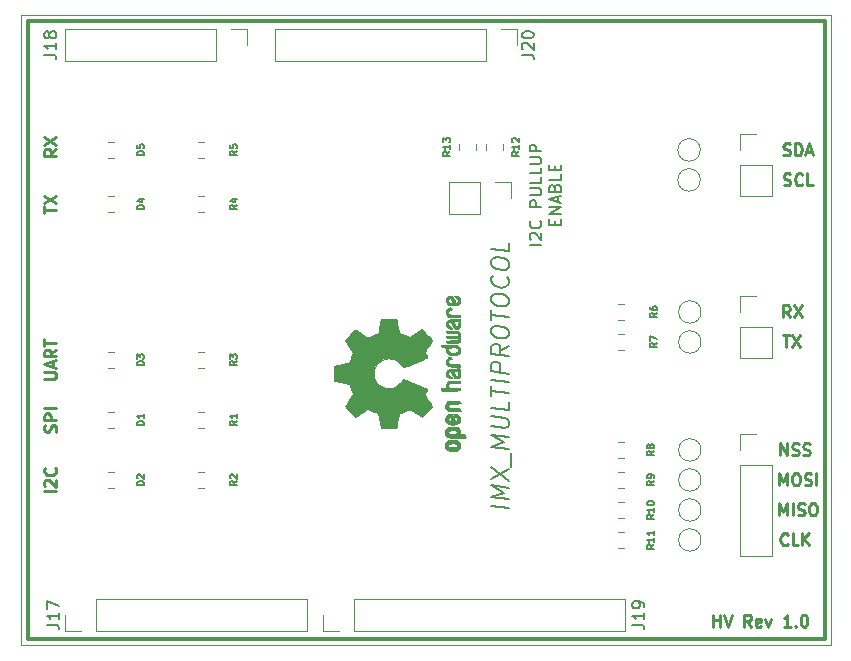
<source format=gto>
G04 #@! TF.GenerationSoftware,KiCad,Pcbnew,(5.1.5)-2*
G04 #@! TF.CreationDate,2021-06-18T18:05:22+02:00*
G04 #@! TF.ProjectId,IMX_MULTIPROTOCOL,494d585f-4d55-44c5-9449-50524f544f43,rev?*
G04 #@! TF.SameCoordinates,Original*
G04 #@! TF.FileFunction,Legend,Top*
G04 #@! TF.FilePolarity,Positive*
%FSLAX46Y46*%
G04 Gerber Fmt 4.6, Leading zero omitted, Abs format (unit mm)*
G04 Created by KiCad (PCBNEW (5.1.5)-2) date 2021-06-18 18:05:22*
%MOMM*%
%LPD*%
G04 APERTURE LIST*
%ADD10C,0.150000*%
%ADD11C,0.300000*%
%ADD12C,0.250000*%
%ADD13C,0.050000*%
%ADD14C,0.120000*%
%ADD15C,0.010000*%
G04 APERTURE END LIST*
D10*
X144097380Y-66114285D02*
X143097380Y-66114285D01*
X143192619Y-65685714D02*
X143145000Y-65638095D01*
X143097380Y-65542857D01*
X143097380Y-65304761D01*
X143145000Y-65209523D01*
X143192619Y-65161904D01*
X143287857Y-65114285D01*
X143383095Y-65114285D01*
X143525952Y-65161904D01*
X144097380Y-65733333D01*
X144097380Y-65114285D01*
X144002142Y-64114285D02*
X144049761Y-64161904D01*
X144097380Y-64304761D01*
X144097380Y-64400000D01*
X144049761Y-64542857D01*
X143954523Y-64638095D01*
X143859285Y-64685714D01*
X143668809Y-64733333D01*
X143525952Y-64733333D01*
X143335476Y-64685714D01*
X143240238Y-64638095D01*
X143145000Y-64542857D01*
X143097380Y-64400000D01*
X143097380Y-64304761D01*
X143145000Y-64161904D01*
X143192619Y-64114285D01*
X144097380Y-62923809D02*
X143097380Y-62923809D01*
X143097380Y-62542857D01*
X143145000Y-62447619D01*
X143192619Y-62400000D01*
X143287857Y-62352380D01*
X143430714Y-62352380D01*
X143525952Y-62400000D01*
X143573571Y-62447619D01*
X143621190Y-62542857D01*
X143621190Y-62923809D01*
X143097380Y-61923809D02*
X143906904Y-61923809D01*
X144002142Y-61876190D01*
X144049761Y-61828571D01*
X144097380Y-61733333D01*
X144097380Y-61542857D01*
X144049761Y-61447619D01*
X144002142Y-61400000D01*
X143906904Y-61352380D01*
X143097380Y-61352380D01*
X144097380Y-60400000D02*
X144097380Y-60876190D01*
X143097380Y-60876190D01*
X144097380Y-59590476D02*
X144097380Y-60066666D01*
X143097380Y-60066666D01*
X143097380Y-59257142D02*
X143906904Y-59257142D01*
X144002142Y-59209523D01*
X144049761Y-59161904D01*
X144097380Y-59066666D01*
X144097380Y-58876190D01*
X144049761Y-58780952D01*
X144002142Y-58733333D01*
X143906904Y-58685714D01*
X143097380Y-58685714D01*
X144097380Y-58209523D02*
X143097380Y-58209523D01*
X143097380Y-57828571D01*
X143145000Y-57733333D01*
X143192619Y-57685714D01*
X143287857Y-57638095D01*
X143430714Y-57638095D01*
X143525952Y-57685714D01*
X143573571Y-57733333D01*
X143621190Y-57828571D01*
X143621190Y-58209523D01*
X145223571Y-64423809D02*
X145223571Y-64090476D01*
X145747380Y-63947619D02*
X145747380Y-64423809D01*
X144747380Y-64423809D01*
X144747380Y-63947619D01*
X145747380Y-63519047D02*
X144747380Y-63519047D01*
X145747380Y-62947619D01*
X144747380Y-62947619D01*
X145461666Y-62519047D02*
X145461666Y-62042857D01*
X145747380Y-62614285D02*
X144747380Y-62280952D01*
X145747380Y-61947619D01*
X145223571Y-61280952D02*
X145271190Y-61138095D01*
X145318809Y-61090476D01*
X145414047Y-61042857D01*
X145556904Y-61042857D01*
X145652142Y-61090476D01*
X145699761Y-61138095D01*
X145747380Y-61233333D01*
X145747380Y-61614285D01*
X144747380Y-61614285D01*
X144747380Y-61280952D01*
X144795000Y-61185714D01*
X144842619Y-61138095D01*
X144937857Y-61090476D01*
X145033095Y-61090476D01*
X145128333Y-61138095D01*
X145175952Y-61185714D01*
X145223571Y-61280952D01*
X145223571Y-61614285D01*
X145747380Y-60138095D02*
X145747380Y-60614285D01*
X144747380Y-60614285D01*
X145223571Y-59804761D02*
X145223571Y-59471428D01*
X145747380Y-59328571D02*
X145747380Y-59804761D01*
X144747380Y-59804761D01*
X144747380Y-59328571D01*
X141338571Y-88391026D02*
X139838571Y-88203526D01*
X141338571Y-87676741D02*
X139838571Y-87489241D01*
X140910000Y-87123169D01*
X139838571Y-86489241D01*
X141338571Y-86676741D01*
X139838571Y-85917812D02*
X141338571Y-85105312D01*
X139838571Y-84917812D02*
X141338571Y-86105312D01*
X141481428Y-84908883D02*
X141481428Y-83766026D01*
X141338571Y-83391026D02*
X139838571Y-83203526D01*
X140910000Y-82837455D01*
X139838571Y-82203526D01*
X141338571Y-82391026D01*
X139838571Y-81489241D02*
X141052857Y-81641026D01*
X141195714Y-81587455D01*
X141267142Y-81524955D01*
X141338571Y-81391026D01*
X141338571Y-81105312D01*
X141267142Y-80953526D01*
X141195714Y-80873169D01*
X141052857Y-80783883D01*
X139838571Y-80632098D01*
X141338571Y-79391026D02*
X141338571Y-80105312D01*
X139838571Y-79917812D01*
X139838571Y-78917812D02*
X139838571Y-78060669D01*
X141338571Y-78676741D02*
X139838571Y-78489241D01*
X141338571Y-77748169D02*
X139838571Y-77560669D01*
X141338571Y-77033883D02*
X139838571Y-76846383D01*
X139838571Y-76274955D01*
X139910000Y-76141026D01*
X139981428Y-76078526D01*
X140124285Y-76024955D01*
X140338571Y-76051741D01*
X140481428Y-76141026D01*
X140552857Y-76221383D01*
X140624285Y-76373169D01*
X140624285Y-76944598D01*
X141338571Y-74676741D02*
X140624285Y-75087455D01*
X141338571Y-75533883D02*
X139838571Y-75346383D01*
X139838571Y-74774955D01*
X139910000Y-74641026D01*
X139981428Y-74578526D01*
X140124285Y-74524955D01*
X140338571Y-74551741D01*
X140481428Y-74641026D01*
X140552857Y-74721383D01*
X140624285Y-74873169D01*
X140624285Y-75444598D01*
X139838571Y-73560669D02*
X139838571Y-73274955D01*
X139910000Y-73141026D01*
X140052857Y-73016026D01*
X140338571Y-72980312D01*
X140838571Y-73042812D01*
X141124285Y-73149955D01*
X141267142Y-73310669D01*
X141338571Y-73462455D01*
X141338571Y-73748169D01*
X141267142Y-73882098D01*
X141124285Y-74007098D01*
X140838571Y-74042812D01*
X140338571Y-73980312D01*
X140052857Y-73873169D01*
X139910000Y-73712455D01*
X139838571Y-73560669D01*
X139838571Y-72489241D02*
X139838571Y-71632098D01*
X141338571Y-72248169D02*
X139838571Y-72060669D01*
X139838571Y-70846383D02*
X139838571Y-70560669D01*
X139910000Y-70426741D01*
X140052857Y-70301741D01*
X140338571Y-70266026D01*
X140838571Y-70328526D01*
X141124285Y-70435669D01*
X141267142Y-70596383D01*
X141338571Y-70748169D01*
X141338571Y-71033883D01*
X141267142Y-71167812D01*
X141124285Y-71292812D01*
X140838571Y-71328526D01*
X140338571Y-71266026D01*
X140052857Y-71158883D01*
X139910000Y-70998169D01*
X139838571Y-70846383D01*
X141195714Y-68873169D02*
X141267142Y-68953526D01*
X141338571Y-69176741D01*
X141338571Y-69319598D01*
X141267142Y-69524955D01*
X141124285Y-69649955D01*
X140981428Y-69703526D01*
X140695714Y-69739241D01*
X140481428Y-69712455D01*
X140195714Y-69605312D01*
X140052857Y-69516026D01*
X139910000Y-69355312D01*
X139838571Y-69132098D01*
X139838571Y-68989241D01*
X139910000Y-68783883D01*
X139981428Y-68721383D01*
X139838571Y-67774955D02*
X139838571Y-67489241D01*
X139910000Y-67355312D01*
X140052857Y-67230312D01*
X140338571Y-67194598D01*
X140838571Y-67257098D01*
X141124285Y-67364241D01*
X141267142Y-67524955D01*
X141338571Y-67676741D01*
X141338571Y-67962455D01*
X141267142Y-68096383D01*
X141124285Y-68221383D01*
X140838571Y-68257098D01*
X140338571Y-68194598D01*
X140052857Y-68087455D01*
X139910000Y-67926741D01*
X139838571Y-67774955D01*
X141338571Y-65962455D02*
X141338571Y-66676741D01*
X139838571Y-66489241D01*
D11*
X168100000Y-99500000D02*
X168100000Y-47200000D01*
X100600000Y-47200000D02*
X100600000Y-99500000D01*
X168100000Y-47200000D02*
X100600000Y-47200000D01*
X168100000Y-99500000D02*
X100600000Y-99500000D01*
D12*
X158623809Y-98452380D02*
X158623809Y-97452380D01*
X158623809Y-97928571D02*
X159195238Y-97928571D01*
X159195238Y-98452380D02*
X159195238Y-97452380D01*
X159528571Y-97452380D02*
X159861904Y-98452380D01*
X160195238Y-97452380D01*
X161861904Y-98452380D02*
X161528571Y-97976190D01*
X161290476Y-98452380D02*
X161290476Y-97452380D01*
X161671428Y-97452380D01*
X161766666Y-97500000D01*
X161814285Y-97547619D01*
X161861904Y-97642857D01*
X161861904Y-97785714D01*
X161814285Y-97880952D01*
X161766666Y-97928571D01*
X161671428Y-97976190D01*
X161290476Y-97976190D01*
X162671428Y-98404761D02*
X162576190Y-98452380D01*
X162385714Y-98452380D01*
X162290476Y-98404761D01*
X162242857Y-98309523D01*
X162242857Y-97928571D01*
X162290476Y-97833333D01*
X162385714Y-97785714D01*
X162576190Y-97785714D01*
X162671428Y-97833333D01*
X162719047Y-97928571D01*
X162719047Y-98023809D01*
X162242857Y-98119047D01*
X163052380Y-97785714D02*
X163290476Y-98452380D01*
X163528571Y-97785714D01*
X165195238Y-98452380D02*
X164623809Y-98452380D01*
X164909523Y-98452380D02*
X164909523Y-97452380D01*
X164814285Y-97595238D01*
X164719047Y-97690476D01*
X164623809Y-97738095D01*
X165623809Y-98357142D02*
X165671428Y-98404761D01*
X165623809Y-98452380D01*
X165576190Y-98404761D01*
X165623809Y-98357142D01*
X165623809Y-98452380D01*
X166290476Y-97452380D02*
X166385714Y-97452380D01*
X166480952Y-97500000D01*
X166528571Y-97547619D01*
X166576190Y-97642857D01*
X166623809Y-97833333D01*
X166623809Y-98071428D01*
X166576190Y-98261904D01*
X166528571Y-98357142D01*
X166480952Y-98404761D01*
X166385714Y-98452380D01*
X166290476Y-98452380D01*
X166195238Y-98404761D01*
X166147619Y-98357142D01*
X166100000Y-98261904D01*
X166052380Y-98071428D01*
X166052380Y-97833333D01*
X166100000Y-97642857D01*
X166147619Y-97547619D01*
X166195238Y-97500000D01*
X166290476Y-97452380D01*
X103012380Y-58002666D02*
X102536190Y-58336000D01*
X103012380Y-58574095D02*
X102012380Y-58574095D01*
X102012380Y-58193142D01*
X102060000Y-58097904D01*
X102107619Y-58050285D01*
X102202857Y-58002666D01*
X102345714Y-58002666D01*
X102440952Y-58050285D01*
X102488571Y-58097904D01*
X102536190Y-58193142D01*
X102536190Y-58574095D01*
X102012380Y-57669333D02*
X103012380Y-57002666D01*
X102012380Y-57002666D02*
X103012380Y-57669333D01*
X102012380Y-63423904D02*
X102012380Y-62852476D01*
X103012380Y-63138190D02*
X102012380Y-63138190D01*
X102012380Y-62614380D02*
X103012380Y-61947714D01*
X102012380Y-61947714D02*
X103012380Y-62614380D01*
X102012380Y-77465238D02*
X102821904Y-77465238D01*
X102917142Y-77417619D01*
X102964761Y-77370000D01*
X103012380Y-77274761D01*
X103012380Y-77084285D01*
X102964761Y-76989047D01*
X102917142Y-76941428D01*
X102821904Y-76893809D01*
X102012380Y-76893809D01*
X102726666Y-76465238D02*
X102726666Y-75989047D01*
X103012380Y-76560476D02*
X102012380Y-76227142D01*
X103012380Y-75893809D01*
X103012380Y-74989047D02*
X102536190Y-75322380D01*
X103012380Y-75560476D02*
X102012380Y-75560476D01*
X102012380Y-75179523D01*
X102060000Y-75084285D01*
X102107619Y-75036666D01*
X102202857Y-74989047D01*
X102345714Y-74989047D01*
X102440952Y-75036666D01*
X102488571Y-75084285D01*
X102536190Y-75179523D01*
X102536190Y-75560476D01*
X102012380Y-74703333D02*
X102012380Y-74131904D01*
X103012380Y-74417619D02*
X102012380Y-74417619D01*
X102964761Y-81973809D02*
X103012380Y-81830952D01*
X103012380Y-81592857D01*
X102964761Y-81497619D01*
X102917142Y-81450000D01*
X102821904Y-81402380D01*
X102726666Y-81402380D01*
X102631428Y-81450000D01*
X102583809Y-81497619D01*
X102536190Y-81592857D01*
X102488571Y-81783333D01*
X102440952Y-81878571D01*
X102393333Y-81926190D01*
X102298095Y-81973809D01*
X102202857Y-81973809D01*
X102107619Y-81926190D01*
X102060000Y-81878571D01*
X102012380Y-81783333D01*
X102012380Y-81545238D01*
X102060000Y-81402380D01*
X103012380Y-80973809D02*
X102012380Y-80973809D01*
X102012380Y-80592857D01*
X102060000Y-80497619D01*
X102107619Y-80450000D01*
X102202857Y-80402380D01*
X102345714Y-80402380D01*
X102440952Y-80450000D01*
X102488571Y-80497619D01*
X102536190Y-80592857D01*
X102536190Y-80973809D01*
X103012380Y-79973809D02*
X102012380Y-79973809D01*
X103012380Y-87006190D02*
X102012380Y-87006190D01*
X102107619Y-86577619D02*
X102060000Y-86530000D01*
X102012380Y-86434761D01*
X102012380Y-86196666D01*
X102060000Y-86101428D01*
X102107619Y-86053809D01*
X102202857Y-86006190D01*
X102298095Y-86006190D01*
X102440952Y-86053809D01*
X103012380Y-86625238D01*
X103012380Y-86006190D01*
X102917142Y-85006190D02*
X102964761Y-85053809D01*
X103012380Y-85196666D01*
X103012380Y-85291904D01*
X102964761Y-85434761D01*
X102869523Y-85530000D01*
X102774285Y-85577619D01*
X102583809Y-85625238D01*
X102440952Y-85625238D01*
X102250476Y-85577619D01*
X102155238Y-85530000D01*
X102060000Y-85434761D01*
X102012380Y-85291904D01*
X102012380Y-85196666D01*
X102060000Y-85053809D01*
X102107619Y-85006190D01*
X164956761Y-91467142D02*
X164909142Y-91514761D01*
X164766285Y-91562380D01*
X164671047Y-91562380D01*
X164528190Y-91514761D01*
X164432952Y-91419523D01*
X164385333Y-91324285D01*
X164337714Y-91133809D01*
X164337714Y-90990952D01*
X164385333Y-90800476D01*
X164432952Y-90705238D01*
X164528190Y-90610000D01*
X164671047Y-90562380D01*
X164766285Y-90562380D01*
X164909142Y-90610000D01*
X164956761Y-90657619D01*
X165861523Y-91562380D02*
X165385333Y-91562380D01*
X165385333Y-90562380D01*
X166194857Y-91562380D02*
X166194857Y-90562380D01*
X166766285Y-91562380D02*
X166337714Y-90990952D01*
X166766285Y-90562380D02*
X166194857Y-91133809D01*
X164234571Y-86482380D02*
X164234571Y-85482380D01*
X164567904Y-86196666D01*
X164901238Y-85482380D01*
X164901238Y-86482380D01*
X165567904Y-85482380D02*
X165758380Y-85482380D01*
X165853619Y-85530000D01*
X165948857Y-85625238D01*
X165996476Y-85815714D01*
X165996476Y-86149047D01*
X165948857Y-86339523D01*
X165853619Y-86434761D01*
X165758380Y-86482380D01*
X165567904Y-86482380D01*
X165472666Y-86434761D01*
X165377428Y-86339523D01*
X165329809Y-86149047D01*
X165329809Y-85815714D01*
X165377428Y-85625238D01*
X165472666Y-85530000D01*
X165567904Y-85482380D01*
X166377428Y-86434761D02*
X166520285Y-86482380D01*
X166758380Y-86482380D01*
X166853619Y-86434761D01*
X166901238Y-86387142D01*
X166948857Y-86291904D01*
X166948857Y-86196666D01*
X166901238Y-86101428D01*
X166853619Y-86053809D01*
X166758380Y-86006190D01*
X166567904Y-85958571D01*
X166472666Y-85910952D01*
X166425047Y-85863333D01*
X166377428Y-85768095D01*
X166377428Y-85672857D01*
X166425047Y-85577619D01*
X166472666Y-85530000D01*
X166567904Y-85482380D01*
X166806000Y-85482380D01*
X166948857Y-85530000D01*
X167377428Y-86482380D02*
X167377428Y-85482380D01*
X164234571Y-89022380D02*
X164234571Y-88022380D01*
X164567904Y-88736666D01*
X164901238Y-88022380D01*
X164901238Y-89022380D01*
X165377428Y-89022380D02*
X165377428Y-88022380D01*
X165806000Y-88974761D02*
X165948857Y-89022380D01*
X166186952Y-89022380D01*
X166282190Y-88974761D01*
X166329809Y-88927142D01*
X166377428Y-88831904D01*
X166377428Y-88736666D01*
X166329809Y-88641428D01*
X166282190Y-88593809D01*
X166186952Y-88546190D01*
X165996476Y-88498571D01*
X165901238Y-88450952D01*
X165853619Y-88403333D01*
X165806000Y-88308095D01*
X165806000Y-88212857D01*
X165853619Y-88117619D01*
X165901238Y-88070000D01*
X165996476Y-88022380D01*
X166234571Y-88022380D01*
X166377428Y-88070000D01*
X166996476Y-88022380D02*
X167186952Y-88022380D01*
X167282190Y-88070000D01*
X167377428Y-88165238D01*
X167425047Y-88355714D01*
X167425047Y-88689047D01*
X167377428Y-88879523D01*
X167282190Y-88974761D01*
X167186952Y-89022380D01*
X166996476Y-89022380D01*
X166901238Y-88974761D01*
X166806000Y-88879523D01*
X166758380Y-88689047D01*
X166758380Y-88355714D01*
X166806000Y-88165238D01*
X166901238Y-88070000D01*
X166996476Y-88022380D01*
X164313904Y-83942380D02*
X164313904Y-82942380D01*
X164885333Y-83942380D01*
X164885333Y-82942380D01*
X165313904Y-83894761D02*
X165456761Y-83942380D01*
X165694857Y-83942380D01*
X165790095Y-83894761D01*
X165837714Y-83847142D01*
X165885333Y-83751904D01*
X165885333Y-83656666D01*
X165837714Y-83561428D01*
X165790095Y-83513809D01*
X165694857Y-83466190D01*
X165504380Y-83418571D01*
X165409142Y-83370952D01*
X165361523Y-83323333D01*
X165313904Y-83228095D01*
X165313904Y-83132857D01*
X165361523Y-83037619D01*
X165409142Y-82990000D01*
X165504380Y-82942380D01*
X165742476Y-82942380D01*
X165885333Y-82990000D01*
X166266285Y-83894761D02*
X166409142Y-83942380D01*
X166647238Y-83942380D01*
X166742476Y-83894761D01*
X166790095Y-83847142D01*
X166837714Y-83751904D01*
X166837714Y-83656666D01*
X166790095Y-83561428D01*
X166742476Y-83513809D01*
X166647238Y-83466190D01*
X166456761Y-83418571D01*
X166361523Y-83370952D01*
X166313904Y-83323333D01*
X166266285Y-83228095D01*
X166266285Y-83132857D01*
X166313904Y-83037619D01*
X166361523Y-82990000D01*
X166456761Y-82942380D01*
X166694857Y-82942380D01*
X166837714Y-82990000D01*
X164536095Y-73798380D02*
X165107523Y-73798380D01*
X164821809Y-74798380D02*
X164821809Y-73798380D01*
X165345619Y-73798380D02*
X166012285Y-74798380D01*
X166012285Y-73798380D02*
X165345619Y-74798380D01*
X165131333Y-72258380D02*
X164798000Y-71782190D01*
X164559904Y-72258380D02*
X164559904Y-71258380D01*
X164940857Y-71258380D01*
X165036095Y-71306000D01*
X165083714Y-71353619D01*
X165131333Y-71448857D01*
X165131333Y-71591714D01*
X165083714Y-71686952D01*
X165036095Y-71734571D01*
X164940857Y-71782190D01*
X164559904Y-71782190D01*
X165464666Y-71258380D02*
X166131333Y-72258380D01*
X166131333Y-71258380D02*
X165464666Y-72258380D01*
X164615523Y-61034761D02*
X164758380Y-61082380D01*
X164996476Y-61082380D01*
X165091714Y-61034761D01*
X165139333Y-60987142D01*
X165186952Y-60891904D01*
X165186952Y-60796666D01*
X165139333Y-60701428D01*
X165091714Y-60653809D01*
X164996476Y-60606190D01*
X164806000Y-60558571D01*
X164710761Y-60510952D01*
X164663142Y-60463333D01*
X164615523Y-60368095D01*
X164615523Y-60272857D01*
X164663142Y-60177619D01*
X164710761Y-60130000D01*
X164806000Y-60082380D01*
X165044095Y-60082380D01*
X165186952Y-60130000D01*
X166186952Y-60987142D02*
X166139333Y-61034761D01*
X165996476Y-61082380D01*
X165901238Y-61082380D01*
X165758380Y-61034761D01*
X165663142Y-60939523D01*
X165615523Y-60844285D01*
X165567904Y-60653809D01*
X165567904Y-60510952D01*
X165615523Y-60320476D01*
X165663142Y-60225238D01*
X165758380Y-60130000D01*
X165901238Y-60082380D01*
X165996476Y-60082380D01*
X166139333Y-60130000D01*
X166186952Y-60177619D01*
X167091714Y-61082380D02*
X166615523Y-61082380D01*
X166615523Y-60082380D01*
X164591714Y-58494761D02*
X164734571Y-58542380D01*
X164972666Y-58542380D01*
X165067904Y-58494761D01*
X165115523Y-58447142D01*
X165163142Y-58351904D01*
X165163142Y-58256666D01*
X165115523Y-58161428D01*
X165067904Y-58113809D01*
X164972666Y-58066190D01*
X164782190Y-58018571D01*
X164686952Y-57970952D01*
X164639333Y-57923333D01*
X164591714Y-57828095D01*
X164591714Y-57732857D01*
X164639333Y-57637619D01*
X164686952Y-57590000D01*
X164782190Y-57542380D01*
X165020285Y-57542380D01*
X165163142Y-57590000D01*
X165591714Y-58542380D02*
X165591714Y-57542380D01*
X165829809Y-57542380D01*
X165972666Y-57590000D01*
X166067904Y-57685238D01*
X166115523Y-57780476D01*
X166163142Y-57970952D01*
X166163142Y-58113809D01*
X166115523Y-58304285D01*
X166067904Y-58399523D01*
X165972666Y-58494761D01*
X165829809Y-58542380D01*
X165591714Y-58542380D01*
X166544095Y-58256666D02*
X167020285Y-58256666D01*
X166448857Y-58542380D02*
X166782190Y-57542380D01*
X167115523Y-58542380D01*
D13*
X100000000Y-46700000D02*
X168600000Y-46700000D01*
X168600000Y-100000000D02*
X168600000Y-46700000D01*
X100000000Y-100000000D02*
X100000000Y-46700000D01*
X100000000Y-100000000D02*
X168600000Y-100000000D01*
D14*
X157550000Y-60630000D02*
G75*
G03X157550000Y-60630000I-950000J0D01*
G01*
X157550000Y-58090000D02*
G75*
G03X157550000Y-58090000I-950000J0D01*
G01*
D15*
G36*
X126552998Y-76790986D02*
G01*
X126553863Y-76632994D01*
X126556205Y-76518653D01*
X126560762Y-76440593D01*
X126568270Y-76391446D01*
X126579466Y-76363841D01*
X126595088Y-76350408D01*
X126615873Y-76343779D01*
X126618563Y-76343135D01*
X126667113Y-76333065D01*
X126762905Y-76314425D01*
X126895743Y-76289155D01*
X127055431Y-76259193D01*
X127231774Y-76226478D01*
X127237967Y-76225336D01*
X127410782Y-76192567D01*
X127563469Y-76161907D01*
X127686871Y-76135336D01*
X127771831Y-76114833D01*
X127809190Y-76102374D01*
X127809852Y-76101780D01*
X127828095Y-76065081D01*
X127858497Y-75989414D01*
X127894493Y-75891122D01*
X127894685Y-75890575D01*
X127941222Y-75766767D01*
X128000504Y-75620804D01*
X128060109Y-75483219D01*
X128063056Y-75476707D01*
X128164765Y-75252610D01*
X127825897Y-74756381D01*
X127722592Y-74604154D01*
X127630237Y-74466259D01*
X127554084Y-74350685D01*
X127499385Y-74265421D01*
X127471393Y-74218456D01*
X127469317Y-74213996D01*
X127478560Y-74179866D01*
X127523156Y-74116119D01*
X127605209Y-74020269D01*
X127726821Y-73889831D01*
X127856205Y-73756672D01*
X127983702Y-73628306D01*
X128100046Y-73513419D01*
X128198052Y-73418927D01*
X128270536Y-73351747D01*
X128310313Y-73318794D01*
X128312361Y-73317568D01*
X128339656Y-73313926D01*
X128384234Y-73327650D01*
X128452112Y-73362131D01*
X128549311Y-73420761D01*
X128681851Y-73506930D01*
X128852476Y-73621800D01*
X129002655Y-73723746D01*
X129137350Y-73814877D01*
X129248740Y-73889927D01*
X129329005Y-73943631D01*
X129370325Y-73970720D01*
X129373130Y-73972426D01*
X129412721Y-73969118D01*
X129489669Y-73944047D01*
X129589432Y-73902202D01*
X129621291Y-73887288D01*
X129763226Y-73822214D01*
X129924273Y-73752788D01*
X130063621Y-73696391D01*
X130167044Y-73655753D01*
X130245642Y-73623474D01*
X130286720Y-73604822D01*
X130289885Y-73602503D01*
X130295128Y-73568197D01*
X130309494Y-73487331D01*
X130330937Y-73370657D01*
X130357413Y-73228925D01*
X130386877Y-73072890D01*
X130417283Y-72913302D01*
X130446588Y-72760915D01*
X130472745Y-72626479D01*
X130493710Y-72520748D01*
X130507439Y-72454474D01*
X130511320Y-72438218D01*
X130520900Y-72421427D01*
X130542536Y-72408751D01*
X130583531Y-72399622D01*
X130651189Y-72393469D01*
X130752812Y-72389720D01*
X130895703Y-72387808D01*
X131087165Y-72387160D01*
X131165645Y-72387126D01*
X131803906Y-72387126D01*
X131834160Y-72540402D01*
X131850564Y-72625678D01*
X131874509Y-72752930D01*
X131903107Y-72906685D01*
X131933467Y-73071466D01*
X131941806Y-73117011D01*
X131971370Y-73269068D01*
X132000442Y-73401532D01*
X132026329Y-73503286D01*
X132046337Y-73563212D01*
X132052301Y-73573195D01*
X132094534Y-73597707D01*
X132176370Y-73632852D01*
X132281683Y-73671827D01*
X132304368Y-73679558D01*
X132445018Y-73730640D01*
X132603714Y-73794046D01*
X132746225Y-73856096D01*
X132746886Y-73856402D01*
X132970440Y-73959733D01*
X133970232Y-73280039D01*
X134407300Y-73716379D01*
X134537381Y-73848351D01*
X134652048Y-73968721D01*
X134745181Y-74070727D01*
X134810658Y-74147609D01*
X134842357Y-74192607D01*
X134844368Y-74199062D01*
X134828529Y-74236960D01*
X134784496Y-74314292D01*
X134717490Y-74422611D01*
X134632734Y-74553468D01*
X134537816Y-74694948D01*
X134440998Y-74838539D01*
X134356751Y-74966565D01*
X134290258Y-75070895D01*
X134246702Y-75143400D01*
X134231264Y-75175842D01*
X134244328Y-75215424D01*
X134278750Y-75290481D01*
X134327380Y-75385532D01*
X134332785Y-75395608D01*
X134396980Y-75523609D01*
X134428463Y-75611382D01*
X134428798Y-75665972D01*
X134399548Y-75694425D01*
X134399138Y-75694590D01*
X134364498Y-75708812D01*
X134282269Y-75742731D01*
X134158814Y-75793716D01*
X134000498Y-75859138D01*
X133813686Y-75936366D01*
X133604742Y-76022771D01*
X133402446Y-76106449D01*
X133179200Y-76198412D01*
X132972392Y-76282850D01*
X132788362Y-76357231D01*
X132633451Y-76419026D01*
X132513996Y-76465703D01*
X132436339Y-76494732D01*
X132407356Y-76503678D01*
X132374110Y-76481244D01*
X132321123Y-76422561D01*
X132262704Y-76344311D01*
X132077952Y-76121466D01*
X131866182Y-75947282D01*
X131631856Y-75823846D01*
X131379434Y-75753246D01*
X131113377Y-75737569D01*
X130990575Y-75748964D01*
X130735793Y-75811050D01*
X130510801Y-75917977D01*
X130317817Y-76063111D01*
X130159061Y-76239822D01*
X130036750Y-76441478D01*
X129953105Y-76661446D01*
X129910344Y-76893094D01*
X129910687Y-77129791D01*
X129956352Y-77364905D01*
X130049559Y-77591804D01*
X130192527Y-77803856D01*
X130273383Y-77892364D01*
X130481007Y-78062111D01*
X130707895Y-78180301D01*
X130947433Y-78247722D01*
X131193007Y-78265160D01*
X131438003Y-78233402D01*
X131675808Y-78153235D01*
X131899807Y-78025445D01*
X132103387Y-77850820D01*
X132262704Y-77655688D01*
X132323602Y-77574409D01*
X132376015Y-77516991D01*
X132407406Y-77496322D01*
X132441639Y-77507144D01*
X132523419Y-77537923D01*
X132646407Y-77586126D01*
X132804263Y-77649222D01*
X132990649Y-77724678D01*
X133199226Y-77809962D01*
X133402496Y-77893781D01*
X133625933Y-77986255D01*
X133832984Y-78071911D01*
X134017286Y-78148118D01*
X134172475Y-78212247D01*
X134292188Y-78261668D01*
X134370061Y-78293752D01*
X134399138Y-78305641D01*
X134428677Y-78333726D01*
X134428591Y-78388051D01*
X134397326Y-78475605D01*
X134333329Y-78603381D01*
X134332785Y-78604392D01*
X134283121Y-78700598D01*
X134246945Y-78778369D01*
X134231408Y-78822223D01*
X134231264Y-78824158D01*
X134247024Y-78857171D01*
X134290850Y-78930054D01*
X134357557Y-79034678D01*
X134441964Y-79162910D01*
X134537816Y-79305052D01*
X134634867Y-79449767D01*
X134719270Y-79580196D01*
X134785801Y-79687890D01*
X134829238Y-79764402D01*
X134844368Y-79800938D01*
X134824482Y-79834582D01*
X134768903Y-79902224D01*
X134683754Y-79997107D01*
X134575153Y-80112470D01*
X134449221Y-80241555D01*
X134407149Y-80283771D01*
X133969931Y-80720261D01*
X133482340Y-80388023D01*
X133332605Y-80287054D01*
X133198220Y-80198438D01*
X133086969Y-80127146D01*
X133006639Y-80078150D01*
X132965014Y-80056422D01*
X132962053Y-80055785D01*
X132922818Y-80067240D01*
X132843895Y-80098051D01*
X132738509Y-80142884D01*
X132667954Y-80174353D01*
X132532876Y-80233192D01*
X132396409Y-80288604D01*
X132281103Y-80331564D01*
X132245977Y-80343234D01*
X132152174Y-80376389D01*
X132079694Y-80408799D01*
X132052301Y-80426601D01*
X132035536Y-80465886D01*
X132011770Y-80551626D01*
X131983697Y-80672697D01*
X131954009Y-80817973D01*
X131941806Y-80882988D01*
X131911468Y-81048087D01*
X131882093Y-81206448D01*
X131856569Y-81342596D01*
X131837785Y-81441057D01*
X131834160Y-81459598D01*
X131803906Y-81612873D01*
X131165645Y-81612873D01*
X130955770Y-81612529D01*
X130796980Y-81611116D01*
X130681973Y-81608064D01*
X130603446Y-81602803D01*
X130554096Y-81594763D01*
X130526619Y-81583373D01*
X130513713Y-81568063D01*
X130511320Y-81561782D01*
X130502833Y-81523896D01*
X130485900Y-81440195D01*
X130462566Y-81321433D01*
X130434875Y-81178361D01*
X130404873Y-81021732D01*
X130374604Y-80862297D01*
X130346115Y-80710809D01*
X130321449Y-80578019D01*
X130302651Y-80474681D01*
X130291767Y-80411545D01*
X130289885Y-80397497D01*
X130264704Y-80384770D01*
X130197622Y-80356600D01*
X130101333Y-80318252D01*
X130063621Y-80303609D01*
X129917921Y-80244548D01*
X129756951Y-80175000D01*
X129621291Y-80112712D01*
X129517561Y-80066879D01*
X129432326Y-80036387D01*
X129380126Y-80026208D01*
X129373130Y-80027831D01*
X129340102Y-80049343D01*
X129266643Y-80098465D01*
X129160577Y-80169923D01*
X129029726Y-80258445D01*
X128881912Y-80358759D01*
X128852734Y-80378594D01*
X128679863Y-80494988D01*
X128548226Y-80580548D01*
X128451761Y-80638684D01*
X128384408Y-80672808D01*
X128340106Y-80686331D01*
X128312794Y-80682664D01*
X128312620Y-80682570D01*
X128276746Y-80653707D01*
X128207391Y-80589867D01*
X128111745Y-80497969D01*
X127996999Y-80384933D01*
X127870341Y-80257679D01*
X127856205Y-80243328D01*
X127700903Y-80082957D01*
X127586870Y-79959195D01*
X127512002Y-79869555D01*
X127474196Y-79811552D01*
X127469317Y-79786004D01*
X127490603Y-79748718D01*
X127539773Y-79671343D01*
X127611575Y-79561867D01*
X127700755Y-79428280D01*
X127802063Y-79278570D01*
X127825897Y-79243618D01*
X128164765Y-78747390D01*
X128063056Y-78523293D01*
X128003783Y-78387011D01*
X127944170Y-78240724D01*
X127896640Y-78114965D01*
X127894685Y-78109425D01*
X127858677Y-78011057D01*
X127828229Y-77935229D01*
X127809905Y-77898282D01*
X127809852Y-77898220D01*
X127776729Y-77886496D01*
X127695267Y-77866568D01*
X127574625Y-77840413D01*
X127423959Y-77810010D01*
X127252428Y-77777337D01*
X127237967Y-77774664D01*
X127061235Y-77741890D01*
X126900810Y-77711802D01*
X126766888Y-77686339D01*
X126669663Y-77667441D01*
X126619332Y-77657047D01*
X126618563Y-77656865D01*
X126597153Y-77650539D01*
X126580988Y-77638239D01*
X126569331Y-77612594D01*
X126561445Y-77566235D01*
X126556593Y-77491792D01*
X126554039Y-77381895D01*
X126553045Y-77229175D01*
X126552874Y-77026262D01*
X126552874Y-77000000D01*
X126552998Y-76790986D01*
G37*
X126552998Y-76790986D02*
X126553863Y-76632994D01*
X126556205Y-76518653D01*
X126560762Y-76440593D01*
X126568270Y-76391446D01*
X126579466Y-76363841D01*
X126595088Y-76350408D01*
X126615873Y-76343779D01*
X126618563Y-76343135D01*
X126667113Y-76333065D01*
X126762905Y-76314425D01*
X126895743Y-76289155D01*
X127055431Y-76259193D01*
X127231774Y-76226478D01*
X127237967Y-76225336D01*
X127410782Y-76192567D01*
X127563469Y-76161907D01*
X127686871Y-76135336D01*
X127771831Y-76114833D01*
X127809190Y-76102374D01*
X127809852Y-76101780D01*
X127828095Y-76065081D01*
X127858497Y-75989414D01*
X127894493Y-75891122D01*
X127894685Y-75890575D01*
X127941222Y-75766767D01*
X128000504Y-75620804D01*
X128060109Y-75483219D01*
X128063056Y-75476707D01*
X128164765Y-75252610D01*
X127825897Y-74756381D01*
X127722592Y-74604154D01*
X127630237Y-74466259D01*
X127554084Y-74350685D01*
X127499385Y-74265421D01*
X127471393Y-74218456D01*
X127469317Y-74213996D01*
X127478560Y-74179866D01*
X127523156Y-74116119D01*
X127605209Y-74020269D01*
X127726821Y-73889831D01*
X127856205Y-73756672D01*
X127983702Y-73628306D01*
X128100046Y-73513419D01*
X128198052Y-73418927D01*
X128270536Y-73351747D01*
X128310313Y-73318794D01*
X128312361Y-73317568D01*
X128339656Y-73313926D01*
X128384234Y-73327650D01*
X128452112Y-73362131D01*
X128549311Y-73420761D01*
X128681851Y-73506930D01*
X128852476Y-73621800D01*
X129002655Y-73723746D01*
X129137350Y-73814877D01*
X129248740Y-73889927D01*
X129329005Y-73943631D01*
X129370325Y-73970720D01*
X129373130Y-73972426D01*
X129412721Y-73969118D01*
X129489669Y-73944047D01*
X129589432Y-73902202D01*
X129621291Y-73887288D01*
X129763226Y-73822214D01*
X129924273Y-73752788D01*
X130063621Y-73696391D01*
X130167044Y-73655753D01*
X130245642Y-73623474D01*
X130286720Y-73604822D01*
X130289885Y-73602503D01*
X130295128Y-73568197D01*
X130309494Y-73487331D01*
X130330937Y-73370657D01*
X130357413Y-73228925D01*
X130386877Y-73072890D01*
X130417283Y-72913302D01*
X130446588Y-72760915D01*
X130472745Y-72626479D01*
X130493710Y-72520748D01*
X130507439Y-72454474D01*
X130511320Y-72438218D01*
X130520900Y-72421427D01*
X130542536Y-72408751D01*
X130583531Y-72399622D01*
X130651189Y-72393469D01*
X130752812Y-72389720D01*
X130895703Y-72387808D01*
X131087165Y-72387160D01*
X131165645Y-72387126D01*
X131803906Y-72387126D01*
X131834160Y-72540402D01*
X131850564Y-72625678D01*
X131874509Y-72752930D01*
X131903107Y-72906685D01*
X131933467Y-73071466D01*
X131941806Y-73117011D01*
X131971370Y-73269068D01*
X132000442Y-73401532D01*
X132026329Y-73503286D01*
X132046337Y-73563212D01*
X132052301Y-73573195D01*
X132094534Y-73597707D01*
X132176370Y-73632852D01*
X132281683Y-73671827D01*
X132304368Y-73679558D01*
X132445018Y-73730640D01*
X132603714Y-73794046D01*
X132746225Y-73856096D01*
X132746886Y-73856402D01*
X132970440Y-73959733D01*
X133970232Y-73280039D01*
X134407300Y-73716379D01*
X134537381Y-73848351D01*
X134652048Y-73968721D01*
X134745181Y-74070727D01*
X134810658Y-74147609D01*
X134842357Y-74192607D01*
X134844368Y-74199062D01*
X134828529Y-74236960D01*
X134784496Y-74314292D01*
X134717490Y-74422611D01*
X134632734Y-74553468D01*
X134537816Y-74694948D01*
X134440998Y-74838539D01*
X134356751Y-74966565D01*
X134290258Y-75070895D01*
X134246702Y-75143400D01*
X134231264Y-75175842D01*
X134244328Y-75215424D01*
X134278750Y-75290481D01*
X134327380Y-75385532D01*
X134332785Y-75395608D01*
X134396980Y-75523609D01*
X134428463Y-75611382D01*
X134428798Y-75665972D01*
X134399548Y-75694425D01*
X134399138Y-75694590D01*
X134364498Y-75708812D01*
X134282269Y-75742731D01*
X134158814Y-75793716D01*
X134000498Y-75859138D01*
X133813686Y-75936366D01*
X133604742Y-76022771D01*
X133402446Y-76106449D01*
X133179200Y-76198412D01*
X132972392Y-76282850D01*
X132788362Y-76357231D01*
X132633451Y-76419026D01*
X132513996Y-76465703D01*
X132436339Y-76494732D01*
X132407356Y-76503678D01*
X132374110Y-76481244D01*
X132321123Y-76422561D01*
X132262704Y-76344311D01*
X132077952Y-76121466D01*
X131866182Y-75947282D01*
X131631856Y-75823846D01*
X131379434Y-75753246D01*
X131113377Y-75737569D01*
X130990575Y-75748964D01*
X130735793Y-75811050D01*
X130510801Y-75917977D01*
X130317817Y-76063111D01*
X130159061Y-76239822D01*
X130036750Y-76441478D01*
X129953105Y-76661446D01*
X129910344Y-76893094D01*
X129910687Y-77129791D01*
X129956352Y-77364905D01*
X130049559Y-77591804D01*
X130192527Y-77803856D01*
X130273383Y-77892364D01*
X130481007Y-78062111D01*
X130707895Y-78180301D01*
X130947433Y-78247722D01*
X131193007Y-78265160D01*
X131438003Y-78233402D01*
X131675808Y-78153235D01*
X131899807Y-78025445D01*
X132103387Y-77850820D01*
X132262704Y-77655688D01*
X132323602Y-77574409D01*
X132376015Y-77516991D01*
X132407406Y-77496322D01*
X132441639Y-77507144D01*
X132523419Y-77537923D01*
X132646407Y-77586126D01*
X132804263Y-77649222D01*
X132990649Y-77724678D01*
X133199226Y-77809962D01*
X133402496Y-77893781D01*
X133625933Y-77986255D01*
X133832984Y-78071911D01*
X134017286Y-78148118D01*
X134172475Y-78212247D01*
X134292188Y-78261668D01*
X134370061Y-78293752D01*
X134399138Y-78305641D01*
X134428677Y-78333726D01*
X134428591Y-78388051D01*
X134397326Y-78475605D01*
X134333329Y-78603381D01*
X134332785Y-78604392D01*
X134283121Y-78700598D01*
X134246945Y-78778369D01*
X134231408Y-78822223D01*
X134231264Y-78824158D01*
X134247024Y-78857171D01*
X134290850Y-78930054D01*
X134357557Y-79034678D01*
X134441964Y-79162910D01*
X134537816Y-79305052D01*
X134634867Y-79449767D01*
X134719270Y-79580196D01*
X134785801Y-79687890D01*
X134829238Y-79764402D01*
X134844368Y-79800938D01*
X134824482Y-79834582D01*
X134768903Y-79902224D01*
X134683754Y-79997107D01*
X134575153Y-80112470D01*
X134449221Y-80241555D01*
X134407149Y-80283771D01*
X133969931Y-80720261D01*
X133482340Y-80388023D01*
X133332605Y-80287054D01*
X133198220Y-80198438D01*
X133086969Y-80127146D01*
X133006639Y-80078150D01*
X132965014Y-80056422D01*
X132962053Y-80055785D01*
X132922818Y-80067240D01*
X132843895Y-80098051D01*
X132738509Y-80142884D01*
X132667954Y-80174353D01*
X132532876Y-80233192D01*
X132396409Y-80288604D01*
X132281103Y-80331564D01*
X132245977Y-80343234D01*
X132152174Y-80376389D01*
X132079694Y-80408799D01*
X132052301Y-80426601D01*
X132035536Y-80465886D01*
X132011770Y-80551626D01*
X131983697Y-80672697D01*
X131954009Y-80817973D01*
X131941806Y-80882988D01*
X131911468Y-81048087D01*
X131882093Y-81206448D01*
X131856569Y-81342596D01*
X131837785Y-81441057D01*
X131834160Y-81459598D01*
X131803906Y-81612873D01*
X131165645Y-81612873D01*
X130955770Y-81612529D01*
X130796980Y-81611116D01*
X130681973Y-81608064D01*
X130603446Y-81602803D01*
X130554096Y-81594763D01*
X130526619Y-81583373D01*
X130513713Y-81568063D01*
X130511320Y-81561782D01*
X130502833Y-81523896D01*
X130485900Y-81440195D01*
X130462566Y-81321433D01*
X130434875Y-81178361D01*
X130404873Y-81021732D01*
X130374604Y-80862297D01*
X130346115Y-80710809D01*
X130321449Y-80578019D01*
X130302651Y-80474681D01*
X130291767Y-80411545D01*
X130289885Y-80397497D01*
X130264704Y-80384770D01*
X130197622Y-80356600D01*
X130101333Y-80318252D01*
X130063621Y-80303609D01*
X129917921Y-80244548D01*
X129756951Y-80175000D01*
X129621291Y-80112712D01*
X129517561Y-80066879D01*
X129432326Y-80036387D01*
X129380126Y-80026208D01*
X129373130Y-80027831D01*
X129340102Y-80049343D01*
X129266643Y-80098465D01*
X129160577Y-80169923D01*
X129029726Y-80258445D01*
X128881912Y-80358759D01*
X128852734Y-80378594D01*
X128679863Y-80494988D01*
X128548226Y-80580548D01*
X128451761Y-80638684D01*
X128384408Y-80672808D01*
X128340106Y-80686331D01*
X128312794Y-80682664D01*
X128312620Y-80682570D01*
X128276746Y-80653707D01*
X128207391Y-80589867D01*
X128111745Y-80497969D01*
X127996999Y-80384933D01*
X127870341Y-80257679D01*
X127856205Y-80243328D01*
X127700903Y-80082957D01*
X127586870Y-79959195D01*
X127512002Y-79869555D01*
X127474196Y-79811552D01*
X127469317Y-79786004D01*
X127490603Y-79748718D01*
X127539773Y-79671343D01*
X127611575Y-79561867D01*
X127700755Y-79428280D01*
X127802063Y-79278570D01*
X127825897Y-79243618D01*
X128164765Y-78747390D01*
X128063056Y-78523293D01*
X128003783Y-78387011D01*
X127944170Y-78240724D01*
X127896640Y-78114965D01*
X127894685Y-78109425D01*
X127858677Y-78011057D01*
X127828229Y-77935229D01*
X127809905Y-77898282D01*
X127809852Y-77898220D01*
X127776729Y-77886496D01*
X127695267Y-77866568D01*
X127574625Y-77840413D01*
X127423959Y-77810010D01*
X127252428Y-77777337D01*
X127237967Y-77774664D01*
X127061235Y-77741890D01*
X126900810Y-77711802D01*
X126766888Y-77686339D01*
X126669663Y-77667441D01*
X126619332Y-77657047D01*
X126618563Y-77656865D01*
X126597153Y-77650539D01*
X126580988Y-77638239D01*
X126569331Y-77612594D01*
X126561445Y-77566235D01*
X126556593Y-77491792D01*
X126554039Y-77381895D01*
X126553045Y-77229175D01*
X126552874Y-77026262D01*
X126552874Y-77000000D01*
X126552998Y-76790986D01*
G36*
X136056540Y-70656561D02*
G01*
X136132034Y-70541050D01*
X136199617Y-70485336D01*
X136322255Y-70441196D01*
X136419298Y-70437691D01*
X136549056Y-70445632D01*
X136680039Y-70744885D01*
X136746958Y-70890389D01*
X136800790Y-70985463D01*
X136847416Y-71034899D01*
X136892720Y-71043489D01*
X136942582Y-71016028D01*
X136975632Y-70985747D01*
X137028633Y-70897637D01*
X137032347Y-70801804D01*
X136991041Y-70713788D01*
X136908983Y-70649131D01*
X136880008Y-70637567D01*
X136789509Y-70582175D01*
X136750940Y-70518447D01*
X136717946Y-70431034D01*
X136843034Y-70431034D01*
X136928156Y-70438762D01*
X136999938Y-70469034D01*
X137082356Y-70532482D01*
X137093066Y-70541912D01*
X137166391Y-70612487D01*
X137205742Y-70673153D01*
X137223845Y-70749050D01*
X137229774Y-70811970D01*
X137231251Y-70924513D01*
X137212535Y-71004630D01*
X137184747Y-71054610D01*
X137123641Y-71133162D01*
X137057554Y-71187537D01*
X136974441Y-71221948D01*
X136862254Y-71240612D01*
X136708946Y-71247744D01*
X136631136Y-71248313D01*
X136537853Y-71246378D01*
X136537853Y-71070101D01*
X136587896Y-71068056D01*
X136596092Y-71062961D01*
X136584958Y-71029334D01*
X136555493Y-70956970D01*
X136513601Y-70860253D01*
X136504597Y-70840027D01*
X136442442Y-70717797D01*
X136387815Y-70650453D01*
X136336649Y-70635652D01*
X136284876Y-70671053D01*
X136262000Y-70700289D01*
X136216250Y-70805784D01*
X136223808Y-70904524D01*
X136279651Y-70987188D01*
X136378753Y-71044452D01*
X136457414Y-71062812D01*
X136537853Y-71070101D01*
X136537853Y-71246378D01*
X136449351Y-71244541D01*
X136314853Y-71230641D01*
X136216916Y-71203106D01*
X136144811Y-71158428D01*
X136087813Y-71093099D01*
X136069393Y-71064617D01*
X136021422Y-70935237D01*
X136018403Y-70793588D01*
X136056540Y-70656561D01*
G37*
X136056540Y-70656561D02*
X136132034Y-70541050D01*
X136199617Y-70485336D01*
X136322255Y-70441196D01*
X136419298Y-70437691D01*
X136549056Y-70445632D01*
X136680039Y-70744885D01*
X136746958Y-70890389D01*
X136800790Y-70985463D01*
X136847416Y-71034899D01*
X136892720Y-71043489D01*
X136942582Y-71016028D01*
X136975632Y-70985747D01*
X137028633Y-70897637D01*
X137032347Y-70801804D01*
X136991041Y-70713788D01*
X136908983Y-70649131D01*
X136880008Y-70637567D01*
X136789509Y-70582175D01*
X136750940Y-70518447D01*
X136717946Y-70431034D01*
X136843034Y-70431034D01*
X136928156Y-70438762D01*
X136999938Y-70469034D01*
X137082356Y-70532482D01*
X137093066Y-70541912D01*
X137166391Y-70612487D01*
X137205742Y-70673153D01*
X137223845Y-70749050D01*
X137229774Y-70811970D01*
X137231251Y-70924513D01*
X137212535Y-71004630D01*
X137184747Y-71054610D01*
X137123641Y-71133162D01*
X137057554Y-71187537D01*
X136974441Y-71221948D01*
X136862254Y-71240612D01*
X136708946Y-71247744D01*
X136631136Y-71248313D01*
X136537853Y-71246378D01*
X136537853Y-71070101D01*
X136587896Y-71068056D01*
X136596092Y-71062961D01*
X136584958Y-71029334D01*
X136555493Y-70956970D01*
X136513601Y-70860253D01*
X136504597Y-70840027D01*
X136442442Y-70717797D01*
X136387815Y-70650453D01*
X136336649Y-70635652D01*
X136284876Y-70671053D01*
X136262000Y-70700289D01*
X136216250Y-70805784D01*
X136223808Y-70904524D01*
X136279651Y-70987188D01*
X136378753Y-71044452D01*
X136457414Y-71062812D01*
X136537853Y-71070101D01*
X136537853Y-71246378D01*
X136449351Y-71244541D01*
X136314853Y-71230641D01*
X136216916Y-71203106D01*
X136144811Y-71158428D01*
X136087813Y-71093099D01*
X136069393Y-71064617D01*
X136021422Y-70935237D01*
X136018403Y-70793588D01*
X136056540Y-70656561D01*
G36*
X136040018Y-71664310D02*
G01*
X136055269Y-71629415D01*
X136121235Y-71546123D01*
X136216618Y-71474897D01*
X136318406Y-71430847D01*
X136368587Y-71423678D01*
X136438647Y-71447715D01*
X136475717Y-71500439D01*
X136498164Y-71556969D01*
X136502300Y-71582854D01*
X136472283Y-71595458D01*
X136406961Y-71620346D01*
X136377445Y-71631265D01*
X136275348Y-71692492D01*
X136224423Y-71781139D01*
X136225989Y-71894807D01*
X136227994Y-71903226D01*
X136256767Y-71963912D01*
X136312859Y-72008526D01*
X136403163Y-72038998D01*
X136534571Y-72057256D01*
X136713974Y-72065229D01*
X136809433Y-72065977D01*
X136959913Y-72066348D01*
X137062495Y-72068777D01*
X137127672Y-72075240D01*
X137165938Y-72087712D01*
X137187785Y-72108167D01*
X137203707Y-72138581D01*
X137204509Y-72140339D01*
X137229272Y-72198909D01*
X137238391Y-72227925D01*
X137210822Y-72232384D01*
X137134620Y-72236201D01*
X137019541Y-72239101D01*
X136875341Y-72240809D01*
X136769814Y-72241149D01*
X136565613Y-72239412D01*
X136410697Y-72232618D01*
X136296024Y-72218393D01*
X136212551Y-72194362D01*
X136151236Y-72158152D01*
X136103034Y-72107388D01*
X136069393Y-72057261D01*
X136024619Y-71936725D01*
X136014521Y-71796443D01*
X136040018Y-71664310D01*
G37*
X136040018Y-71664310D02*
X136055269Y-71629415D01*
X136121235Y-71546123D01*
X136216618Y-71474897D01*
X136318406Y-71430847D01*
X136368587Y-71423678D01*
X136438647Y-71447715D01*
X136475717Y-71500439D01*
X136498164Y-71556969D01*
X136502300Y-71582854D01*
X136472283Y-71595458D01*
X136406961Y-71620346D01*
X136377445Y-71631265D01*
X136275348Y-71692492D01*
X136224423Y-71781139D01*
X136225989Y-71894807D01*
X136227994Y-71903226D01*
X136256767Y-71963912D01*
X136312859Y-72008526D01*
X136403163Y-72038998D01*
X136534571Y-72057256D01*
X136713974Y-72065229D01*
X136809433Y-72065977D01*
X136959913Y-72066348D01*
X137062495Y-72068777D01*
X137127672Y-72075240D01*
X137165938Y-72087712D01*
X137187785Y-72108167D01*
X137203707Y-72138581D01*
X137204509Y-72140339D01*
X137229272Y-72198909D01*
X137238391Y-72227925D01*
X137210822Y-72232384D01*
X137134620Y-72236201D01*
X137019541Y-72239101D01*
X136875341Y-72240809D01*
X136769814Y-72241149D01*
X136565613Y-72239412D01*
X136410697Y-72232618D01*
X136296024Y-72218393D01*
X136212551Y-72194362D01*
X136151236Y-72158152D01*
X136103034Y-72107388D01*
X136069393Y-72057261D01*
X136024619Y-71936725D01*
X136014521Y-71796443D01*
X136040018Y-71664310D01*
G36*
X136035156Y-72685594D02*
G01*
X136073393Y-72601531D01*
X136119726Y-72535550D01*
X136171532Y-72487206D01*
X136238363Y-72453828D01*
X136329769Y-72432747D01*
X136455301Y-72421293D01*
X136624508Y-72416797D01*
X136735933Y-72416322D01*
X137170627Y-72416322D01*
X137204509Y-72490684D01*
X137229272Y-72549254D01*
X137238391Y-72578270D01*
X137211257Y-72583821D01*
X137138094Y-72588225D01*
X137031263Y-72590922D01*
X136946437Y-72591494D01*
X136823887Y-72593954D01*
X136726668Y-72600588D01*
X136667134Y-72610274D01*
X136654483Y-72617968D01*
X136667402Y-72669689D01*
X136700539Y-72750883D01*
X136745461Y-72844898D01*
X136793735Y-72935083D01*
X136836928Y-73004785D01*
X136866608Y-73037352D01*
X136866929Y-73037481D01*
X136921857Y-73034680D01*
X136974292Y-73009561D01*
X137016881Y-72965459D01*
X137031126Y-72901091D01*
X137029466Y-72846079D01*
X137028245Y-72768165D01*
X137046498Y-72727268D01*
X137094726Y-72702705D01*
X137103820Y-72699608D01*
X137172598Y-72688960D01*
X137214360Y-72717435D01*
X137234263Y-72791656D01*
X137237944Y-72871832D01*
X137210658Y-73016110D01*
X137171690Y-73090797D01*
X137080148Y-73183037D01*
X136967782Y-73231957D01*
X136849051Y-73236346D01*
X136738411Y-73194999D01*
X136669080Y-73132803D01*
X136630265Y-73070706D01*
X136581125Y-72973105D01*
X136531292Y-72859368D01*
X136523677Y-72840410D01*
X136468545Y-72715479D01*
X136419954Y-72643461D01*
X136371647Y-72620300D01*
X136317370Y-72641936D01*
X136274943Y-72679080D01*
X136222702Y-72766873D01*
X136218784Y-72863470D01*
X136259041Y-72952056D01*
X136339326Y-73015814D01*
X136360040Y-73024183D01*
X136436225Y-73072904D01*
X136492785Y-73144035D01*
X136539201Y-73233793D01*
X136407584Y-73233793D01*
X136327168Y-73228510D01*
X136263786Y-73205858D01*
X136196163Y-73155633D01*
X136144076Y-73107418D01*
X136070322Y-73032446D01*
X136030702Y-72974194D01*
X136014810Y-72911628D01*
X136012184Y-72840807D01*
X136035156Y-72685594D01*
G37*
X136035156Y-72685594D02*
X136073393Y-72601531D01*
X136119726Y-72535550D01*
X136171532Y-72487206D01*
X136238363Y-72453828D01*
X136329769Y-72432747D01*
X136455301Y-72421293D01*
X136624508Y-72416797D01*
X136735933Y-72416322D01*
X137170627Y-72416322D01*
X137204509Y-72490684D01*
X137229272Y-72549254D01*
X137238391Y-72578270D01*
X137211257Y-72583821D01*
X137138094Y-72588225D01*
X137031263Y-72590922D01*
X136946437Y-72591494D01*
X136823887Y-72593954D01*
X136726668Y-72600588D01*
X136667134Y-72610274D01*
X136654483Y-72617968D01*
X136667402Y-72669689D01*
X136700539Y-72750883D01*
X136745461Y-72844898D01*
X136793735Y-72935083D01*
X136836928Y-73004785D01*
X136866608Y-73037352D01*
X136866929Y-73037481D01*
X136921857Y-73034680D01*
X136974292Y-73009561D01*
X137016881Y-72965459D01*
X137031126Y-72901091D01*
X137029466Y-72846079D01*
X137028245Y-72768165D01*
X137046498Y-72727268D01*
X137094726Y-72702705D01*
X137103820Y-72699608D01*
X137172598Y-72688960D01*
X137214360Y-72717435D01*
X137234263Y-72791656D01*
X137237944Y-72871832D01*
X137210658Y-73016110D01*
X137171690Y-73090797D01*
X137080148Y-73183037D01*
X136967782Y-73231957D01*
X136849051Y-73236346D01*
X136738411Y-73194999D01*
X136669080Y-73132803D01*
X136630265Y-73070706D01*
X136581125Y-72973105D01*
X136531292Y-72859368D01*
X136523677Y-72840410D01*
X136468545Y-72715479D01*
X136419954Y-72643461D01*
X136371647Y-72620300D01*
X136317370Y-72641936D01*
X136274943Y-72679080D01*
X136222702Y-72766873D01*
X136218784Y-72863470D01*
X136259041Y-72952056D01*
X136339326Y-73015814D01*
X136360040Y-73024183D01*
X136436225Y-73072904D01*
X136492785Y-73144035D01*
X136539201Y-73233793D01*
X136407584Y-73233793D01*
X136327168Y-73228510D01*
X136263786Y-73205858D01*
X136196163Y-73155633D01*
X136144076Y-73107418D01*
X136070322Y-73032446D01*
X136030702Y-72974194D01*
X136014810Y-72911628D01*
X136012184Y-72840807D01*
X136035156Y-72685594D01*
G36*
X136039840Y-73419876D02*
G01*
X136116653Y-73415421D01*
X136233391Y-73411929D01*
X136380821Y-73409685D01*
X136535455Y-73408965D01*
X137058727Y-73408965D01*
X137151117Y-73501355D01*
X137208047Y-73565022D01*
X137231107Y-73620911D01*
X137229647Y-73697298D01*
X137225934Y-73727620D01*
X137215126Y-73822390D01*
X137208933Y-73900778D01*
X137208361Y-73919885D01*
X137212102Y-73984301D01*
X137221494Y-74076429D01*
X137225934Y-74112150D01*
X137232801Y-74199886D01*
X137217885Y-74258847D01*
X137171835Y-74317310D01*
X137151117Y-74338415D01*
X137058727Y-74430805D01*
X136079947Y-74430805D01*
X136046066Y-74356442D01*
X136020970Y-74292410D01*
X136012184Y-74254948D01*
X136039950Y-74245343D01*
X136117530Y-74236365D01*
X136236348Y-74228614D01*
X136387828Y-74222686D01*
X136515805Y-74219827D01*
X137019425Y-74211839D01*
X137029278Y-74142152D01*
X137022389Y-74078771D01*
X137000083Y-74047714D01*
X136958379Y-74039033D01*
X136869544Y-74031622D01*
X136744834Y-74026069D01*
X136595507Y-74022964D01*
X136518661Y-74022516D01*
X136076287Y-74022069D01*
X136044235Y-73930126D01*
X136022443Y-73865051D01*
X136012281Y-73829653D01*
X136012184Y-73828632D01*
X136039809Y-73825080D01*
X136116411Y-73821177D01*
X136232579Y-73817249D01*
X136378904Y-73813624D01*
X136515805Y-73811092D01*
X137019425Y-73803103D01*
X137019425Y-73627931D01*
X136559965Y-73619893D01*
X136100505Y-73611854D01*
X136056344Y-73526457D01*
X136026019Y-73463407D01*
X136012258Y-73426090D01*
X136012184Y-73425013D01*
X136039840Y-73419876D01*
G37*
X136039840Y-73419876D02*
X136116653Y-73415421D01*
X136233391Y-73411929D01*
X136380821Y-73409685D01*
X136535455Y-73408965D01*
X137058727Y-73408965D01*
X137151117Y-73501355D01*
X137208047Y-73565022D01*
X137231107Y-73620911D01*
X137229647Y-73697298D01*
X137225934Y-73727620D01*
X137215126Y-73822390D01*
X137208933Y-73900778D01*
X137208361Y-73919885D01*
X137212102Y-73984301D01*
X137221494Y-74076429D01*
X137225934Y-74112150D01*
X137232801Y-74199886D01*
X137217885Y-74258847D01*
X137171835Y-74317310D01*
X137151117Y-74338415D01*
X137058727Y-74430805D01*
X136079947Y-74430805D01*
X136046066Y-74356442D01*
X136020970Y-74292410D01*
X136012184Y-74254948D01*
X136039950Y-74245343D01*
X136117530Y-74236365D01*
X136236348Y-74228614D01*
X136387828Y-74222686D01*
X136515805Y-74219827D01*
X137019425Y-74211839D01*
X137029278Y-74142152D01*
X137022389Y-74078771D01*
X137000083Y-74047714D01*
X136958379Y-74039033D01*
X136869544Y-74031622D01*
X136744834Y-74026069D01*
X136595507Y-74022964D01*
X136518661Y-74022516D01*
X136076287Y-74022069D01*
X136044235Y-73930126D01*
X136022443Y-73865051D01*
X136012281Y-73829653D01*
X136012184Y-73828632D01*
X136039809Y-73825080D01*
X136116411Y-73821177D01*
X136232579Y-73817249D01*
X136378904Y-73813624D01*
X136515805Y-73811092D01*
X137019425Y-73803103D01*
X137019425Y-73627931D01*
X136559965Y-73619893D01*
X136100505Y-73611854D01*
X136056344Y-73526457D01*
X136026019Y-73463407D01*
X136012258Y-73426090D01*
X136012184Y-73425013D01*
X136039840Y-73419876D01*
G36*
X136254455Y-74606086D02*
G01*
X136472661Y-74606457D01*
X136640519Y-74607892D01*
X136766070Y-74610998D01*
X136857355Y-74616378D01*
X136922415Y-74624638D01*
X136969291Y-74636384D01*
X137006024Y-74652219D01*
X137026991Y-74664210D01*
X137140694Y-74763510D01*
X137211965Y-74889412D01*
X137237538Y-75028709D01*
X137214150Y-75168195D01*
X137172119Y-75251257D01*
X137099411Y-75338455D01*
X137010612Y-75397883D01*
X136894320Y-75433739D01*
X136739135Y-75450219D01*
X136625287Y-75452553D01*
X136617106Y-75452239D01*
X136617106Y-75248276D01*
X136747657Y-75247030D01*
X136834080Y-75241322D01*
X136890618Y-75228196D01*
X136931514Y-75204694D01*
X136962362Y-75176614D01*
X137021905Y-75082312D01*
X137026992Y-74981060D01*
X136977279Y-74885364D01*
X136970543Y-74877916D01*
X136935502Y-74846126D01*
X136893811Y-74826192D01*
X136831762Y-74815400D01*
X136735644Y-74811035D01*
X136629379Y-74810345D01*
X136495880Y-74811841D01*
X136406822Y-74818036D01*
X136348293Y-74831486D01*
X136306382Y-74854749D01*
X136284123Y-74873825D01*
X136227985Y-74962437D01*
X136221235Y-75064492D01*
X136264114Y-75161905D01*
X136280032Y-75180704D01*
X136315382Y-75212707D01*
X136357502Y-75232682D01*
X136420251Y-75243407D01*
X136517487Y-75247661D01*
X136617106Y-75248276D01*
X136617106Y-75452239D01*
X136441947Y-75445496D01*
X136304195Y-75421528D01*
X136200632Y-75376452D01*
X136119856Y-75306072D01*
X136078455Y-75251257D01*
X136033728Y-75151624D01*
X136012967Y-75036145D01*
X136018525Y-74928801D01*
X136040943Y-74868736D01*
X136047323Y-74845165D01*
X136023535Y-74829523D01*
X135959788Y-74818605D01*
X135862687Y-74810345D01*
X135754541Y-74801301D01*
X135689475Y-74788739D01*
X135652268Y-74765881D01*
X135627699Y-74725949D01*
X135616819Y-74700862D01*
X135577072Y-74605977D01*
X136254455Y-74606086D01*
G37*
X136254455Y-74606086D02*
X136472661Y-74606457D01*
X136640519Y-74607892D01*
X136766070Y-74610998D01*
X136857355Y-74616378D01*
X136922415Y-74624638D01*
X136969291Y-74636384D01*
X137006024Y-74652219D01*
X137026991Y-74664210D01*
X137140694Y-74763510D01*
X137211965Y-74889412D01*
X137237538Y-75028709D01*
X137214150Y-75168195D01*
X137172119Y-75251257D01*
X137099411Y-75338455D01*
X137010612Y-75397883D01*
X136894320Y-75433739D01*
X136739135Y-75450219D01*
X136625287Y-75452553D01*
X136617106Y-75452239D01*
X136617106Y-75248276D01*
X136747657Y-75247030D01*
X136834080Y-75241322D01*
X136890618Y-75228196D01*
X136931514Y-75204694D01*
X136962362Y-75176614D01*
X137021905Y-75082312D01*
X137026992Y-74981060D01*
X136977279Y-74885364D01*
X136970543Y-74877916D01*
X136935502Y-74846126D01*
X136893811Y-74826192D01*
X136831762Y-74815400D01*
X136735644Y-74811035D01*
X136629379Y-74810345D01*
X136495880Y-74811841D01*
X136406822Y-74818036D01*
X136348293Y-74831486D01*
X136306382Y-74854749D01*
X136284123Y-74873825D01*
X136227985Y-74962437D01*
X136221235Y-75064492D01*
X136264114Y-75161905D01*
X136280032Y-75180704D01*
X136315382Y-75212707D01*
X136357502Y-75232682D01*
X136420251Y-75243407D01*
X136517487Y-75247661D01*
X136617106Y-75248276D01*
X136617106Y-75452239D01*
X136441947Y-75445496D01*
X136304195Y-75421528D01*
X136200632Y-75376452D01*
X136119856Y-75306072D01*
X136078455Y-75251257D01*
X136033728Y-75151624D01*
X136012967Y-75036145D01*
X136018525Y-74928801D01*
X136040943Y-74868736D01*
X136047323Y-74845165D01*
X136023535Y-74829523D01*
X135959788Y-74818605D01*
X135862687Y-74810345D01*
X135754541Y-74801301D01*
X135689475Y-74788739D01*
X135652268Y-74765881D01*
X135627699Y-74725949D01*
X135616819Y-74700862D01*
X135577072Y-74605977D01*
X136254455Y-74606086D01*
G36*
X136021920Y-75934057D02*
G01*
X136070859Y-75801435D01*
X136157419Y-75693990D01*
X136218352Y-75651968D01*
X136330161Y-75606157D01*
X136411006Y-75607109D01*
X136465378Y-75655192D01*
X136474624Y-75672983D01*
X136503450Y-75749796D01*
X136496065Y-75789024D01*
X136447658Y-75802311D01*
X136420920Y-75802988D01*
X136322548Y-75827314D01*
X136253734Y-75890719D01*
X136220498Y-75978846D01*
X136228861Y-76077337D01*
X136272296Y-76157398D01*
X136297072Y-76184439D01*
X136327129Y-76203606D01*
X136372565Y-76216554D01*
X136443476Y-76224936D01*
X136549960Y-76230407D01*
X136702112Y-76234622D01*
X136750287Y-76235713D01*
X136915095Y-76239693D01*
X137031088Y-76244219D01*
X137107833Y-76251005D01*
X137154893Y-76261769D01*
X137181835Y-76278227D01*
X137198223Y-76302094D01*
X137205463Y-76317374D01*
X137230220Y-76382267D01*
X137238391Y-76420466D01*
X137211103Y-76433088D01*
X137128603Y-76440792D01*
X136989941Y-76443620D01*
X136794162Y-76441614D01*
X136763965Y-76440989D01*
X136585349Y-76436579D01*
X136454923Y-76431365D01*
X136362492Y-76423945D01*
X136297858Y-76412918D01*
X136250825Y-76396883D01*
X136211196Y-76374439D01*
X136194215Y-76362698D01*
X136119080Y-76295381D01*
X136060638Y-76220090D01*
X136055536Y-76210872D01*
X136015260Y-76075867D01*
X136021920Y-75934057D01*
G37*
X136021920Y-75934057D02*
X136070859Y-75801435D01*
X136157419Y-75693990D01*
X136218352Y-75651968D01*
X136330161Y-75606157D01*
X136411006Y-75607109D01*
X136465378Y-75655192D01*
X136474624Y-75672983D01*
X136503450Y-75749796D01*
X136496065Y-75789024D01*
X136447658Y-75802311D01*
X136420920Y-75802988D01*
X136322548Y-75827314D01*
X136253734Y-75890719D01*
X136220498Y-75978846D01*
X136228861Y-76077337D01*
X136272296Y-76157398D01*
X136297072Y-76184439D01*
X136327129Y-76203606D01*
X136372565Y-76216554D01*
X136443476Y-76224936D01*
X136549960Y-76230407D01*
X136702112Y-76234622D01*
X136750287Y-76235713D01*
X136915095Y-76239693D01*
X137031088Y-76244219D01*
X137107833Y-76251005D01*
X137154893Y-76261769D01*
X137181835Y-76278227D01*
X137198223Y-76302094D01*
X137205463Y-76317374D01*
X137230220Y-76382267D01*
X137238391Y-76420466D01*
X137211103Y-76433088D01*
X137128603Y-76440792D01*
X136989941Y-76443620D01*
X136794162Y-76441614D01*
X136763965Y-76440989D01*
X136585349Y-76436579D01*
X136454923Y-76431365D01*
X136362492Y-76423945D01*
X136297858Y-76412918D01*
X136250825Y-76396883D01*
X136211196Y-76374439D01*
X136194215Y-76362698D01*
X136119080Y-76295381D01*
X136060638Y-76220090D01*
X136055536Y-76210872D01*
X136015260Y-76075867D01*
X136021920Y-75934057D01*
G36*
X136024360Y-76920056D02*
G01*
X136066842Y-76805657D01*
X136067658Y-76804348D01*
X136119730Y-76733597D01*
X136180584Y-76681364D01*
X136259887Y-76644629D01*
X136367309Y-76620366D01*
X136512517Y-76605555D01*
X136705179Y-76597171D01*
X136732628Y-76596436D01*
X137146521Y-76585880D01*
X137192456Y-76674709D01*
X137223498Y-76738982D01*
X137238206Y-76777790D01*
X137238391Y-76779585D01*
X137211250Y-76786300D01*
X137138041Y-76791635D01*
X137031081Y-76794917D01*
X136944469Y-76795632D01*
X136804162Y-76795649D01*
X136716051Y-76802063D01*
X136674025Y-76824420D01*
X136671975Y-76872268D01*
X136703790Y-76955151D01*
X136762272Y-77080287D01*
X136810845Y-77172303D01*
X136852986Y-77219629D01*
X136898916Y-77233542D01*
X136901189Y-77233563D01*
X136980311Y-77210605D01*
X137023055Y-77142630D01*
X137029246Y-77038602D01*
X137028172Y-76963670D01*
X137049753Y-76924161D01*
X137101591Y-76899522D01*
X137167632Y-76885341D01*
X137205104Y-76905777D01*
X137210467Y-76913472D01*
X137232006Y-76985917D01*
X137235055Y-77087367D01*
X137220778Y-77191843D01*
X137194688Y-77265875D01*
X137107785Y-77368228D01*
X136986816Y-77426409D01*
X136892308Y-77437931D01*
X136807062Y-77429138D01*
X136737476Y-77397320D01*
X136675672Y-77334316D01*
X136613772Y-77231969D01*
X136543897Y-77082118D01*
X136539948Y-77072988D01*
X136477588Y-76938003D01*
X136426446Y-76854706D01*
X136380488Y-76819003D01*
X136333683Y-76826797D01*
X136279998Y-76873993D01*
X136267644Y-76888106D01*
X136219741Y-76982641D01*
X136221758Y-77080594D01*
X136268724Y-77165903D01*
X136355669Y-77222504D01*
X136372734Y-77227763D01*
X136455504Y-77278977D01*
X136495372Y-77343963D01*
X136534882Y-77437931D01*
X136432658Y-77437931D01*
X136284072Y-77409347D01*
X136147784Y-77324505D01*
X136102191Y-77280355D01*
X136043674Y-77179995D01*
X136017184Y-77052365D01*
X136024360Y-76920056D01*
G37*
X136024360Y-76920056D02*
X136066842Y-76805657D01*
X136067658Y-76804348D01*
X136119730Y-76733597D01*
X136180584Y-76681364D01*
X136259887Y-76644629D01*
X136367309Y-76620366D01*
X136512517Y-76605555D01*
X136705179Y-76597171D01*
X136732628Y-76596436D01*
X137146521Y-76585880D01*
X137192456Y-76674709D01*
X137223498Y-76738982D01*
X137238206Y-76777790D01*
X137238391Y-76779585D01*
X137211250Y-76786300D01*
X137138041Y-76791635D01*
X137031081Y-76794917D01*
X136944469Y-76795632D01*
X136804162Y-76795649D01*
X136716051Y-76802063D01*
X136674025Y-76824420D01*
X136671975Y-76872268D01*
X136703790Y-76955151D01*
X136762272Y-77080287D01*
X136810845Y-77172303D01*
X136852986Y-77219629D01*
X136898916Y-77233542D01*
X136901189Y-77233563D01*
X136980311Y-77210605D01*
X137023055Y-77142630D01*
X137029246Y-77038602D01*
X137028172Y-76963670D01*
X137049753Y-76924161D01*
X137101591Y-76899522D01*
X137167632Y-76885341D01*
X137205104Y-76905777D01*
X137210467Y-76913472D01*
X137232006Y-76985917D01*
X137235055Y-77087367D01*
X137220778Y-77191843D01*
X137194688Y-77265875D01*
X137107785Y-77368228D01*
X136986816Y-77426409D01*
X136892308Y-77437931D01*
X136807062Y-77429138D01*
X136737476Y-77397320D01*
X136675672Y-77334316D01*
X136613772Y-77231969D01*
X136543897Y-77082118D01*
X136539948Y-77072988D01*
X136477588Y-76938003D01*
X136426446Y-76854706D01*
X136380488Y-76819003D01*
X136333683Y-76826797D01*
X136279998Y-76873993D01*
X136267644Y-76888106D01*
X136219741Y-76982641D01*
X136221758Y-77080594D01*
X136268724Y-77165903D01*
X136355669Y-77222504D01*
X136372734Y-77227763D01*
X136455504Y-77278977D01*
X136495372Y-77343963D01*
X136534882Y-77437931D01*
X136432658Y-77437931D01*
X136284072Y-77409347D01*
X136147784Y-77324505D01*
X136102191Y-77280355D01*
X136043674Y-77179995D01*
X136017184Y-77052365D01*
X136024360Y-76920056D01*
G36*
X135823857Y-78255402D02*
G01*
X135943188Y-78246846D01*
X136013506Y-78237019D01*
X136044179Y-78223401D01*
X136044571Y-78203473D01*
X136040910Y-78197011D01*
X136014398Y-78111060D01*
X136015946Y-77999255D01*
X136043199Y-77885586D01*
X136078455Y-77814490D01*
X136134778Y-77741595D01*
X136198519Y-77688307D01*
X136279510Y-77651725D01*
X136387586Y-77628950D01*
X136532580Y-77617081D01*
X136724326Y-77613218D01*
X136761109Y-77613149D01*
X137174288Y-77613103D01*
X137206339Y-77705046D01*
X137228144Y-77770348D01*
X137238297Y-77806176D01*
X137238391Y-77807230D01*
X137210860Y-77810758D01*
X137134923Y-77813761D01*
X137020565Y-77816010D01*
X136877769Y-77817276D01*
X136790951Y-77817471D01*
X136619773Y-77817877D01*
X136497088Y-77819968D01*
X136413000Y-77825053D01*
X136357614Y-77834440D01*
X136321032Y-77849439D01*
X136293359Y-77871358D01*
X136280032Y-77885043D01*
X136226328Y-77979051D01*
X136222307Y-78081636D01*
X136267725Y-78174710D01*
X136284123Y-78191922D01*
X136314957Y-78217168D01*
X136351531Y-78234680D01*
X136404415Y-78245858D01*
X136484177Y-78252104D01*
X136601385Y-78254818D01*
X136762991Y-78255402D01*
X137174288Y-78255402D01*
X137206339Y-78347345D01*
X137228144Y-78412647D01*
X137238297Y-78448475D01*
X137238391Y-78449529D01*
X137210448Y-78452225D01*
X137131630Y-78454655D01*
X137009453Y-78456722D01*
X136851432Y-78458329D01*
X136665083Y-78459377D01*
X136457920Y-78459769D01*
X136448706Y-78459770D01*
X135659020Y-78459770D01*
X135618997Y-78364885D01*
X135578973Y-78270000D01*
X135823857Y-78255402D01*
G37*
X135823857Y-78255402D02*
X135943188Y-78246846D01*
X136013506Y-78237019D01*
X136044179Y-78223401D01*
X136044571Y-78203473D01*
X136040910Y-78197011D01*
X136014398Y-78111060D01*
X136015946Y-77999255D01*
X136043199Y-77885586D01*
X136078455Y-77814490D01*
X136134778Y-77741595D01*
X136198519Y-77688307D01*
X136279510Y-77651725D01*
X136387586Y-77628950D01*
X136532580Y-77617081D01*
X136724326Y-77613218D01*
X136761109Y-77613149D01*
X137174288Y-77613103D01*
X137206339Y-77705046D01*
X137228144Y-77770348D01*
X137238297Y-77806176D01*
X137238391Y-77807230D01*
X137210860Y-77810758D01*
X137134923Y-77813761D01*
X137020565Y-77816010D01*
X136877769Y-77817276D01*
X136790951Y-77817471D01*
X136619773Y-77817877D01*
X136497088Y-77819968D01*
X136413000Y-77825053D01*
X136357614Y-77834440D01*
X136321032Y-77849439D01*
X136293359Y-77871358D01*
X136280032Y-77885043D01*
X136226328Y-77979051D01*
X136222307Y-78081636D01*
X136267725Y-78174710D01*
X136284123Y-78191922D01*
X136314957Y-78217168D01*
X136351531Y-78234680D01*
X136404415Y-78245858D01*
X136484177Y-78252104D01*
X136601385Y-78254818D01*
X136762991Y-78255402D01*
X137174288Y-78255402D01*
X137206339Y-78347345D01*
X137228144Y-78412647D01*
X137238297Y-78448475D01*
X137238391Y-78449529D01*
X137210448Y-78452225D01*
X137131630Y-78454655D01*
X137009453Y-78456722D01*
X136851432Y-78458329D01*
X136665083Y-78459377D01*
X136457920Y-78459769D01*
X136448706Y-78459770D01*
X135659020Y-78459770D01*
X135618997Y-78364885D01*
X135578973Y-78270000D01*
X135823857Y-78255402D01*
G36*
X135984676Y-80684448D02*
G01*
X136062111Y-80569342D01*
X136173949Y-80480389D01*
X136316265Y-80427251D01*
X136421015Y-80416503D01*
X136464726Y-80417724D01*
X136498194Y-80427944D01*
X136528179Y-80456039D01*
X136561440Y-80510884D01*
X136604738Y-80601355D01*
X136664833Y-80736328D01*
X136665134Y-80737011D01*
X136722037Y-80861249D01*
X136772565Y-80963127D01*
X136811280Y-81032233D01*
X136832740Y-81058154D01*
X136832913Y-81058161D01*
X136879644Y-81035315D01*
X136931154Y-80981891D01*
X136968261Y-80920558D01*
X136975632Y-80889485D01*
X136950138Y-80804711D01*
X136886291Y-80731707D01*
X136816094Y-80696087D01*
X136764343Y-80661820D01*
X136705409Y-80594697D01*
X136654496Y-80515792D01*
X136626809Y-80446179D01*
X136625287Y-80431623D01*
X136650321Y-80415237D01*
X136714311Y-80414250D01*
X136800593Y-80426292D01*
X136892501Y-80448993D01*
X136973369Y-80479986D01*
X136976509Y-80481552D01*
X137106734Y-80574819D01*
X137195311Y-80695696D01*
X137238786Y-80832973D01*
X137233706Y-80975440D01*
X137176616Y-81111888D01*
X137172602Y-81117955D01*
X137075326Y-81225290D01*
X136948409Y-81295868D01*
X136781526Y-81334926D01*
X136734639Y-81340168D01*
X136513329Y-81349452D01*
X136410124Y-81338322D01*
X136410124Y-81058161D01*
X136474503Y-81054521D01*
X136493291Y-81034611D01*
X136479235Y-80984974D01*
X136446009Y-80906733D01*
X136404359Y-80819274D01*
X136403256Y-80817101D01*
X136364265Y-80742970D01*
X136338244Y-80713219D01*
X136310965Y-80720555D01*
X136275121Y-80751447D01*
X136223251Y-80830040D01*
X136219439Y-80914677D01*
X136257189Y-80990597D01*
X136330001Y-81043035D01*
X136410124Y-81058161D01*
X136410124Y-81338322D01*
X136336261Y-81330356D01*
X136195829Y-81281366D01*
X136097447Y-81213164D01*
X135998030Y-81090065D01*
X135948711Y-80954472D01*
X135945568Y-80816045D01*
X135984676Y-80684448D01*
G37*
X135984676Y-80684448D02*
X136062111Y-80569342D01*
X136173949Y-80480389D01*
X136316265Y-80427251D01*
X136421015Y-80416503D01*
X136464726Y-80417724D01*
X136498194Y-80427944D01*
X136528179Y-80456039D01*
X136561440Y-80510884D01*
X136604738Y-80601355D01*
X136664833Y-80736328D01*
X136665134Y-80737011D01*
X136722037Y-80861249D01*
X136772565Y-80963127D01*
X136811280Y-81032233D01*
X136832740Y-81058154D01*
X136832913Y-81058161D01*
X136879644Y-81035315D01*
X136931154Y-80981891D01*
X136968261Y-80920558D01*
X136975632Y-80889485D01*
X136950138Y-80804711D01*
X136886291Y-80731707D01*
X136816094Y-80696087D01*
X136764343Y-80661820D01*
X136705409Y-80594697D01*
X136654496Y-80515792D01*
X136626809Y-80446179D01*
X136625287Y-80431623D01*
X136650321Y-80415237D01*
X136714311Y-80414250D01*
X136800593Y-80426292D01*
X136892501Y-80448993D01*
X136973369Y-80479986D01*
X136976509Y-80481552D01*
X137106734Y-80574819D01*
X137195311Y-80695696D01*
X137238786Y-80832973D01*
X137233706Y-80975440D01*
X137176616Y-81111888D01*
X137172602Y-81117955D01*
X137075326Y-81225290D01*
X136948409Y-81295868D01*
X136781526Y-81334926D01*
X136734639Y-81340168D01*
X136513329Y-81349452D01*
X136410124Y-81338322D01*
X136410124Y-81058161D01*
X136474503Y-81054521D01*
X136493291Y-81034611D01*
X136479235Y-80984974D01*
X136446009Y-80906733D01*
X136404359Y-80819274D01*
X136403256Y-80817101D01*
X136364265Y-80742970D01*
X136338244Y-80713219D01*
X136310965Y-80720555D01*
X136275121Y-80751447D01*
X136223251Y-80830040D01*
X136219439Y-80914677D01*
X136257189Y-80990597D01*
X136330001Y-81043035D01*
X136410124Y-81058161D01*
X136410124Y-81338322D01*
X136336261Y-81330356D01*
X136195829Y-81281366D01*
X136097447Y-81213164D01*
X135998030Y-81090065D01*
X135948711Y-80954472D01*
X135945568Y-80816045D01*
X135984676Y-80684448D01*
G36*
X135966015Y-82951779D02*
G01*
X136037968Y-82814939D01*
X136153766Y-82713949D01*
X136228213Y-82678075D01*
X136339992Y-82650161D01*
X136481227Y-82635871D01*
X136635371Y-82634516D01*
X136785879Y-82645405D01*
X136916205Y-82667847D01*
X137009803Y-82701150D01*
X137025922Y-82711385D01*
X137146249Y-82832618D01*
X137218317Y-82976613D01*
X137239408Y-83132861D01*
X137206802Y-83290852D01*
X137187253Y-83334820D01*
X137127012Y-83420444D01*
X137047135Y-83495592D01*
X137037004Y-83502694D01*
X136988181Y-83531561D01*
X136935990Y-83550643D01*
X136867285Y-83561916D01*
X136768918Y-83567355D01*
X136627744Y-83568938D01*
X136596092Y-83568965D01*
X136586019Y-83568893D01*
X136586019Y-83277011D01*
X136719256Y-83275313D01*
X136807674Y-83268628D01*
X136864785Y-83254575D01*
X136904102Y-83230771D01*
X136917241Y-83218621D01*
X136967172Y-83148764D01*
X136964895Y-83080941D01*
X136921584Y-83012365D01*
X136875346Y-82971465D01*
X136807857Y-82947242D01*
X136701433Y-82933639D01*
X136689020Y-82932706D01*
X136496147Y-82930384D01*
X136352900Y-82954650D01*
X136260160Y-83005176D01*
X136218807Y-83081632D01*
X136216552Y-83108924D01*
X136227893Y-83180589D01*
X136267184Y-83229610D01*
X136342326Y-83259582D01*
X136461222Y-83274101D01*
X136586019Y-83277011D01*
X136586019Y-83568893D01*
X136445659Y-83567878D01*
X136340549Y-83563312D01*
X136267714Y-83553312D01*
X136214108Y-83535921D01*
X136166681Y-83509184D01*
X136157864Y-83503276D01*
X136039007Y-83403968D01*
X135970008Y-83295758D01*
X135942619Y-83164019D01*
X135941281Y-83119283D01*
X135966015Y-82951779D01*
G37*
X135966015Y-82951779D02*
X136037968Y-82814939D01*
X136153766Y-82713949D01*
X136228213Y-82678075D01*
X136339992Y-82650161D01*
X136481227Y-82635871D01*
X136635371Y-82634516D01*
X136785879Y-82645405D01*
X136916205Y-82667847D01*
X137009803Y-82701150D01*
X137025922Y-82711385D01*
X137146249Y-82832618D01*
X137218317Y-82976613D01*
X137239408Y-83132861D01*
X137206802Y-83290852D01*
X137187253Y-83334820D01*
X137127012Y-83420444D01*
X137047135Y-83495592D01*
X137037004Y-83502694D01*
X136988181Y-83531561D01*
X136935990Y-83550643D01*
X136867285Y-83561916D01*
X136768918Y-83567355D01*
X136627744Y-83568938D01*
X136596092Y-83568965D01*
X136586019Y-83568893D01*
X136586019Y-83277011D01*
X136719256Y-83275313D01*
X136807674Y-83268628D01*
X136864785Y-83254575D01*
X136904102Y-83230771D01*
X136917241Y-83218621D01*
X136967172Y-83148764D01*
X136964895Y-83080941D01*
X136921584Y-83012365D01*
X136875346Y-82971465D01*
X136807857Y-82947242D01*
X136701433Y-82933639D01*
X136689020Y-82932706D01*
X136496147Y-82930384D01*
X136352900Y-82954650D01*
X136260160Y-83005176D01*
X136218807Y-83081632D01*
X136216552Y-83108924D01*
X136227893Y-83180589D01*
X136267184Y-83229610D01*
X136342326Y-83259582D01*
X136461222Y-83274101D01*
X136586019Y-83277011D01*
X136586019Y-83568893D01*
X136445659Y-83567878D01*
X136340549Y-83563312D01*
X136267714Y-83553312D01*
X136214108Y-83535921D01*
X136166681Y-83509184D01*
X136157864Y-83503276D01*
X136039007Y-83403968D01*
X135970008Y-83295758D01*
X135942619Y-83164019D01*
X135941281Y-83119283D01*
X135966015Y-82951779D01*
G36*
X135977719Y-79582571D02*
G01*
X136031914Y-79488877D01*
X136085707Y-79423736D01*
X136142066Y-79376093D01*
X136210987Y-79343272D01*
X136302468Y-79322594D01*
X136426506Y-79311380D01*
X136593098Y-79306951D01*
X136712851Y-79306437D01*
X137153659Y-79306437D01*
X137209283Y-79430517D01*
X137264907Y-79554598D01*
X136782095Y-79569195D01*
X136601779Y-79575227D01*
X136470901Y-79581555D01*
X136380511Y-79589394D01*
X136321664Y-79599963D01*
X136285413Y-79614477D01*
X136262810Y-79634152D01*
X136257917Y-79640465D01*
X136219706Y-79736112D01*
X136234827Y-79832793D01*
X136274943Y-79890345D01*
X136303370Y-79913755D01*
X136340672Y-79929961D01*
X136397223Y-79940259D01*
X136483394Y-79945951D01*
X136609558Y-79948336D01*
X136741042Y-79948736D01*
X136905999Y-79948814D01*
X137022761Y-79951639D01*
X137101510Y-79961093D01*
X137152431Y-79981060D01*
X137185706Y-80015424D01*
X137211520Y-80068068D01*
X137238344Y-80138383D01*
X137267542Y-80215180D01*
X136749346Y-80206038D01*
X136562539Y-80202357D01*
X136424490Y-80198050D01*
X136325568Y-80191877D01*
X136256145Y-80182598D01*
X136206590Y-80168973D01*
X136167273Y-80149761D01*
X136132584Y-80126598D01*
X136021770Y-80014848D01*
X135957689Y-79878487D01*
X135942339Y-79730175D01*
X135977719Y-79582571D01*
G37*
X135977719Y-79582571D02*
X136031914Y-79488877D01*
X136085707Y-79423736D01*
X136142066Y-79376093D01*
X136210987Y-79343272D01*
X136302468Y-79322594D01*
X136426506Y-79311380D01*
X136593098Y-79306951D01*
X136712851Y-79306437D01*
X137153659Y-79306437D01*
X137209283Y-79430517D01*
X137264907Y-79554598D01*
X136782095Y-79569195D01*
X136601779Y-79575227D01*
X136470901Y-79581555D01*
X136380511Y-79589394D01*
X136321664Y-79599963D01*
X136285413Y-79614477D01*
X136262810Y-79634152D01*
X136257917Y-79640465D01*
X136219706Y-79736112D01*
X136234827Y-79832793D01*
X136274943Y-79890345D01*
X136303370Y-79913755D01*
X136340672Y-79929961D01*
X136397223Y-79940259D01*
X136483394Y-79945951D01*
X136609558Y-79948336D01*
X136741042Y-79948736D01*
X136905999Y-79948814D01*
X137022761Y-79951639D01*
X137101510Y-79961093D01*
X137152431Y-79981060D01*
X137185706Y-80015424D01*
X137211520Y-80068068D01*
X137238344Y-80138383D01*
X137267542Y-80215180D01*
X136749346Y-80206038D01*
X136562539Y-80202357D01*
X136424490Y-80198050D01*
X136325568Y-80191877D01*
X136256145Y-80182598D01*
X136206590Y-80168973D01*
X136167273Y-80149761D01*
X136132584Y-80126598D01*
X136021770Y-80014848D01*
X135957689Y-79878487D01*
X135942339Y-79730175D01*
X135977719Y-79582571D01*
G36*
X135961903Y-81828100D02*
G01*
X136017522Y-81716550D01*
X136119931Y-81618092D01*
X136157864Y-81590977D01*
X136207500Y-81561438D01*
X136261412Y-81542272D01*
X136333364Y-81531307D01*
X136437122Y-81526371D01*
X136574101Y-81525287D01*
X136761815Y-81530182D01*
X136902758Y-81547196D01*
X137007908Y-81579823D01*
X137088243Y-81631558D01*
X137154741Y-81705896D01*
X137158678Y-81711358D01*
X137198953Y-81784620D01*
X137218880Y-81872840D01*
X137223793Y-81985038D01*
X137223793Y-82167433D01*
X137400857Y-82167509D01*
X137499470Y-82169207D01*
X137557314Y-82179550D01*
X137592006Y-82206578D01*
X137621164Y-82258332D01*
X137627121Y-82270761D01*
X137655039Y-82328923D01*
X137672672Y-82373956D01*
X137674194Y-82407441D01*
X137653781Y-82430962D01*
X137605607Y-82446100D01*
X137523846Y-82454437D01*
X137402672Y-82457556D01*
X137236260Y-82457040D01*
X137018785Y-82454471D01*
X136953736Y-82453668D01*
X136729502Y-82450778D01*
X136582821Y-82448188D01*
X136582821Y-82167586D01*
X136707326Y-82166009D01*
X136788787Y-82159000D01*
X136842515Y-82143142D01*
X136883823Y-82115019D01*
X136903971Y-82095925D01*
X136962921Y-82017865D01*
X136967720Y-81948753D01*
X136919038Y-81877440D01*
X136917241Y-81875632D01*
X136879618Y-81846617D01*
X136828484Y-81828967D01*
X136749738Y-81820064D01*
X136629276Y-81817291D01*
X136602588Y-81817241D01*
X136436583Y-81823942D01*
X136321505Y-81845752D01*
X136251254Y-81885235D01*
X136219729Y-81944956D01*
X136216552Y-81979472D01*
X136231460Y-82061389D01*
X136280548Y-82117579D01*
X136370362Y-82151402D01*
X136507445Y-82166220D01*
X136582821Y-82167586D01*
X136582821Y-82448188D01*
X136555952Y-82447713D01*
X136425382Y-82443753D01*
X136330087Y-82438174D01*
X136262364Y-82430254D01*
X136214507Y-82419269D01*
X136178813Y-82404499D01*
X136147578Y-82385218D01*
X136135824Y-82376951D01*
X136024797Y-82267288D01*
X135961847Y-82128635D01*
X135944297Y-81968246D01*
X135961903Y-81828100D01*
G37*
X135961903Y-81828100D02*
X136017522Y-81716550D01*
X136119931Y-81618092D01*
X136157864Y-81590977D01*
X136207500Y-81561438D01*
X136261412Y-81542272D01*
X136333364Y-81531307D01*
X136437122Y-81526371D01*
X136574101Y-81525287D01*
X136761815Y-81530182D01*
X136902758Y-81547196D01*
X137007908Y-81579823D01*
X137088243Y-81631558D01*
X137154741Y-81705896D01*
X137158678Y-81711358D01*
X137198953Y-81784620D01*
X137218880Y-81872840D01*
X137223793Y-81985038D01*
X137223793Y-82167433D01*
X137400857Y-82167509D01*
X137499470Y-82169207D01*
X137557314Y-82179550D01*
X137592006Y-82206578D01*
X137621164Y-82258332D01*
X137627121Y-82270761D01*
X137655039Y-82328923D01*
X137672672Y-82373956D01*
X137674194Y-82407441D01*
X137653781Y-82430962D01*
X137605607Y-82446100D01*
X137523846Y-82454437D01*
X137402672Y-82457556D01*
X137236260Y-82457040D01*
X137018785Y-82454471D01*
X136953736Y-82453668D01*
X136729502Y-82450778D01*
X136582821Y-82448188D01*
X136582821Y-82167586D01*
X136707326Y-82166009D01*
X136788787Y-82159000D01*
X136842515Y-82143142D01*
X136883823Y-82115019D01*
X136903971Y-82095925D01*
X136962921Y-82017865D01*
X136967720Y-81948753D01*
X136919038Y-81877440D01*
X136917241Y-81875632D01*
X136879618Y-81846617D01*
X136828484Y-81828967D01*
X136749738Y-81820064D01*
X136629276Y-81817291D01*
X136602588Y-81817241D01*
X136436583Y-81823942D01*
X136321505Y-81845752D01*
X136251254Y-81885235D01*
X136219729Y-81944956D01*
X136216552Y-81979472D01*
X136231460Y-82061389D01*
X136280548Y-82117579D01*
X136370362Y-82151402D01*
X136507445Y-82166220D01*
X136582821Y-82167586D01*
X136582821Y-82448188D01*
X136555952Y-82447713D01*
X136425382Y-82443753D01*
X136330087Y-82438174D01*
X136262364Y-82430254D01*
X136214507Y-82419269D01*
X136178813Y-82404499D01*
X136147578Y-82385218D01*
X136135824Y-82376951D01*
X136024797Y-82267288D01*
X135961847Y-82128635D01*
X135944297Y-81968246D01*
X135961903Y-81828100D01*
D14*
X157612000Y-91110000D02*
G75*
G03X157612000Y-91110000I-950000J0D01*
G01*
X157612000Y-88570000D02*
G75*
G03X157612000Y-88570000I-950000J0D01*
G01*
X157612000Y-86030000D02*
G75*
G03X157612000Y-86030000I-950000J0D01*
G01*
X157612000Y-74346000D02*
G75*
G03X157612000Y-74346000I-950000J0D01*
G01*
X157612000Y-71806000D02*
G75*
G03X157612000Y-71806000I-950000J0D01*
G01*
X157612000Y-83490000D02*
G75*
G03X157612000Y-83490000I-950000J0D01*
G01*
X160920000Y-82160000D02*
X162250000Y-82160000D01*
X160920000Y-83490000D02*
X160920000Y-82160000D01*
X160920000Y-84760000D02*
X163580000Y-84760000D01*
X163580000Y-84760000D02*
X163580000Y-92440000D01*
X160920000Y-84760000D02*
X160920000Y-92440000D01*
X160920000Y-92440000D02*
X163580000Y-92440000D01*
X160920000Y-70476000D02*
X162250000Y-70476000D01*
X160920000Y-71806000D02*
X160920000Y-70476000D01*
X160920000Y-73076000D02*
X163580000Y-73076000D01*
X163580000Y-73076000D02*
X163580000Y-75676000D01*
X160920000Y-73076000D02*
X160920000Y-75676000D01*
X160920000Y-75676000D02*
X163580000Y-75676000D01*
X138576000Y-58097252D02*
X138576000Y-57574748D01*
X137156000Y-58097252D02*
X137156000Y-57574748D01*
X140862000Y-58097252D02*
X140862000Y-57574748D01*
X139442000Y-58097252D02*
X139442000Y-57574748D01*
X151081252Y-90400000D02*
X150558748Y-90400000D01*
X151081252Y-91820000D02*
X150558748Y-91820000D01*
X151081252Y-87860000D02*
X150558748Y-87860000D01*
X151081252Y-89280000D02*
X150558748Y-89280000D01*
X151081252Y-85320000D02*
X150558748Y-85320000D01*
X151081252Y-86740000D02*
X150558748Y-86740000D01*
X151081252Y-82780000D02*
X150558748Y-82780000D01*
X151081252Y-84200000D02*
X150558748Y-84200000D01*
X141482000Y-60824000D02*
X141482000Y-62154000D01*
X140152000Y-60824000D02*
X141482000Y-60824000D01*
X138882000Y-60824000D02*
X138882000Y-63484000D01*
X138882000Y-63484000D02*
X136282000Y-63484000D01*
X138882000Y-60824000D02*
X136282000Y-60824000D01*
X136282000Y-60824000D02*
X136282000Y-63484000D01*
X160920000Y-56760000D02*
X162250000Y-56760000D01*
X160920000Y-58090000D02*
X160920000Y-56760000D01*
X160920000Y-59360000D02*
X163580000Y-59360000D01*
X163580000Y-59360000D02*
X163580000Y-61960000D01*
X160920000Y-59360000D02*
X160920000Y-61960000D01*
X160920000Y-61960000D02*
X163580000Y-61960000D01*
X151081252Y-73636000D02*
X150558748Y-73636000D01*
X151081252Y-75056000D02*
X150558748Y-75056000D01*
X151081252Y-71096000D02*
X150558748Y-71096000D01*
X151081252Y-72516000D02*
X150558748Y-72516000D01*
X115521252Y-57380000D02*
X114998748Y-57380000D01*
X115521252Y-58800000D02*
X114998748Y-58800000D01*
X115521252Y-61952000D02*
X114998748Y-61952000D01*
X115521252Y-63372000D02*
X114998748Y-63372000D01*
X115521252Y-75160000D02*
X114998748Y-75160000D01*
X115521252Y-76580000D02*
X114998748Y-76580000D01*
X115521252Y-85320000D02*
X114998748Y-85320000D01*
X115521252Y-86740000D02*
X114998748Y-86740000D01*
X115521252Y-80240000D02*
X114998748Y-80240000D01*
X115521252Y-81660000D02*
X114998748Y-81660000D01*
X141990000Y-47870000D02*
X141990000Y-49200000D01*
X140660000Y-47870000D02*
X141990000Y-47870000D01*
X139390000Y-47870000D02*
X139390000Y-50530000D01*
X139390000Y-50530000D02*
X121550000Y-50530000D01*
X139390000Y-47870000D02*
X121550000Y-47870000D01*
X121550000Y-47870000D02*
X121550000Y-50530000D01*
X125614000Y-98790000D02*
X125614000Y-97460000D01*
X126944000Y-98790000D02*
X125614000Y-98790000D01*
X128214000Y-98790000D02*
X128214000Y-96130000D01*
X128214000Y-96130000D02*
X151134000Y-96130000D01*
X128214000Y-98790000D02*
X151134000Y-98790000D01*
X151134000Y-98790000D02*
X151134000Y-96130000D01*
X119130000Y-47870000D02*
X119130000Y-49200000D01*
X117800000Y-47870000D02*
X119130000Y-47870000D01*
X116530000Y-47870000D02*
X116530000Y-50530000D01*
X116530000Y-50530000D02*
X103770000Y-50530000D01*
X116530000Y-47870000D02*
X103770000Y-47870000D01*
X103770000Y-47870000D02*
X103770000Y-50530000D01*
X103770000Y-98790000D02*
X103770000Y-97460000D01*
X105100000Y-98790000D02*
X103770000Y-98790000D01*
X106370000Y-98790000D02*
X106370000Y-96130000D01*
X106370000Y-96130000D02*
X124210000Y-96130000D01*
X106370000Y-98790000D02*
X124210000Y-98790000D01*
X124210000Y-98790000D02*
X124210000Y-96130000D01*
X107901252Y-57380000D02*
X107378748Y-57380000D01*
X107901252Y-58800000D02*
X107378748Y-58800000D01*
X107901252Y-61952000D02*
X107378748Y-61952000D01*
X107901252Y-63372000D02*
X107378748Y-63372000D01*
X107901252Y-75160000D02*
X107378748Y-75160000D01*
X107901252Y-76580000D02*
X107378748Y-76580000D01*
X107901252Y-85320000D02*
X107378748Y-85320000D01*
X107901252Y-86740000D02*
X107378748Y-86740000D01*
X107901252Y-80240000D02*
X107378748Y-80240000D01*
X107901252Y-81660000D02*
X107378748Y-81660000D01*
D10*
X136359428Y-58221714D02*
X136073714Y-58421714D01*
X136359428Y-58564571D02*
X135759428Y-58564571D01*
X135759428Y-58336000D01*
X135788000Y-58278857D01*
X135816571Y-58250285D01*
X135873714Y-58221714D01*
X135959428Y-58221714D01*
X136016571Y-58250285D01*
X136045142Y-58278857D01*
X136073714Y-58336000D01*
X136073714Y-58564571D01*
X136359428Y-57650285D02*
X136359428Y-57993142D01*
X136359428Y-57821714D02*
X135759428Y-57821714D01*
X135845142Y-57878857D01*
X135902285Y-57936000D01*
X135930857Y-57993142D01*
X135759428Y-57450285D02*
X135759428Y-57078857D01*
X135988000Y-57278857D01*
X135988000Y-57193142D01*
X136016571Y-57136000D01*
X136045142Y-57107428D01*
X136102285Y-57078857D01*
X136245142Y-57078857D01*
X136302285Y-57107428D01*
X136330857Y-57136000D01*
X136359428Y-57193142D01*
X136359428Y-57364571D01*
X136330857Y-57421714D01*
X136302285Y-57450285D01*
X142201428Y-58221714D02*
X141915714Y-58421714D01*
X142201428Y-58564571D02*
X141601428Y-58564571D01*
X141601428Y-58336000D01*
X141630000Y-58278857D01*
X141658571Y-58250285D01*
X141715714Y-58221714D01*
X141801428Y-58221714D01*
X141858571Y-58250285D01*
X141887142Y-58278857D01*
X141915714Y-58336000D01*
X141915714Y-58564571D01*
X142201428Y-57650285D02*
X142201428Y-57993142D01*
X142201428Y-57821714D02*
X141601428Y-57821714D01*
X141687142Y-57878857D01*
X141744285Y-57936000D01*
X141772857Y-57993142D01*
X141658571Y-57421714D02*
X141630000Y-57393142D01*
X141601428Y-57336000D01*
X141601428Y-57193142D01*
X141630000Y-57136000D01*
X141658571Y-57107428D01*
X141715714Y-57078857D01*
X141772857Y-57078857D01*
X141858571Y-57107428D01*
X142201428Y-57450285D01*
X142201428Y-57078857D01*
X153631428Y-91495714D02*
X153345714Y-91695714D01*
X153631428Y-91838571D02*
X153031428Y-91838571D01*
X153031428Y-91610000D01*
X153060000Y-91552857D01*
X153088571Y-91524285D01*
X153145714Y-91495714D01*
X153231428Y-91495714D01*
X153288571Y-91524285D01*
X153317142Y-91552857D01*
X153345714Y-91610000D01*
X153345714Y-91838571D01*
X153631428Y-90924285D02*
X153631428Y-91267142D01*
X153631428Y-91095714D02*
X153031428Y-91095714D01*
X153117142Y-91152857D01*
X153174285Y-91210000D01*
X153202857Y-91267142D01*
X153631428Y-90352857D02*
X153631428Y-90695714D01*
X153631428Y-90524285D02*
X153031428Y-90524285D01*
X153117142Y-90581428D01*
X153174285Y-90638571D01*
X153202857Y-90695714D01*
X153631428Y-88955714D02*
X153345714Y-89155714D01*
X153631428Y-89298571D02*
X153031428Y-89298571D01*
X153031428Y-89070000D01*
X153060000Y-89012857D01*
X153088571Y-88984285D01*
X153145714Y-88955714D01*
X153231428Y-88955714D01*
X153288571Y-88984285D01*
X153317142Y-89012857D01*
X153345714Y-89070000D01*
X153345714Y-89298571D01*
X153631428Y-88384285D02*
X153631428Y-88727142D01*
X153631428Y-88555714D02*
X153031428Y-88555714D01*
X153117142Y-88612857D01*
X153174285Y-88670000D01*
X153202857Y-88727142D01*
X153031428Y-88012857D02*
X153031428Y-87955714D01*
X153060000Y-87898571D01*
X153088571Y-87870000D01*
X153145714Y-87841428D01*
X153260000Y-87812857D01*
X153402857Y-87812857D01*
X153517142Y-87841428D01*
X153574285Y-87870000D01*
X153602857Y-87898571D01*
X153631428Y-87955714D01*
X153631428Y-88012857D01*
X153602857Y-88070000D01*
X153574285Y-88098571D01*
X153517142Y-88127142D01*
X153402857Y-88155714D01*
X153260000Y-88155714D01*
X153145714Y-88127142D01*
X153088571Y-88098571D01*
X153060000Y-88070000D01*
X153031428Y-88012857D01*
X153631428Y-86130000D02*
X153345714Y-86330000D01*
X153631428Y-86472857D02*
X153031428Y-86472857D01*
X153031428Y-86244285D01*
X153060000Y-86187142D01*
X153088571Y-86158571D01*
X153145714Y-86130000D01*
X153231428Y-86130000D01*
X153288571Y-86158571D01*
X153317142Y-86187142D01*
X153345714Y-86244285D01*
X153345714Y-86472857D01*
X153631428Y-85844285D02*
X153631428Y-85730000D01*
X153602857Y-85672857D01*
X153574285Y-85644285D01*
X153488571Y-85587142D01*
X153374285Y-85558571D01*
X153145714Y-85558571D01*
X153088571Y-85587142D01*
X153060000Y-85615714D01*
X153031428Y-85672857D01*
X153031428Y-85787142D01*
X153060000Y-85844285D01*
X153088571Y-85872857D01*
X153145714Y-85901428D01*
X153288571Y-85901428D01*
X153345714Y-85872857D01*
X153374285Y-85844285D01*
X153402857Y-85787142D01*
X153402857Y-85672857D01*
X153374285Y-85615714D01*
X153345714Y-85587142D01*
X153288571Y-85558571D01*
X153631428Y-83590000D02*
X153345714Y-83790000D01*
X153631428Y-83932857D02*
X153031428Y-83932857D01*
X153031428Y-83704285D01*
X153060000Y-83647142D01*
X153088571Y-83618571D01*
X153145714Y-83590000D01*
X153231428Y-83590000D01*
X153288571Y-83618571D01*
X153317142Y-83647142D01*
X153345714Y-83704285D01*
X153345714Y-83932857D01*
X153288571Y-83247142D02*
X153260000Y-83304285D01*
X153231428Y-83332857D01*
X153174285Y-83361428D01*
X153145714Y-83361428D01*
X153088571Y-83332857D01*
X153060000Y-83304285D01*
X153031428Y-83247142D01*
X153031428Y-83132857D01*
X153060000Y-83075714D01*
X153088571Y-83047142D01*
X153145714Y-83018571D01*
X153174285Y-83018571D01*
X153231428Y-83047142D01*
X153260000Y-83075714D01*
X153288571Y-83132857D01*
X153288571Y-83247142D01*
X153317142Y-83304285D01*
X153345714Y-83332857D01*
X153402857Y-83361428D01*
X153517142Y-83361428D01*
X153574285Y-83332857D01*
X153602857Y-83304285D01*
X153631428Y-83247142D01*
X153631428Y-83132857D01*
X153602857Y-83075714D01*
X153574285Y-83047142D01*
X153517142Y-83018571D01*
X153402857Y-83018571D01*
X153345714Y-83047142D01*
X153317142Y-83075714D01*
X153288571Y-83132857D01*
X153885428Y-74446000D02*
X153599714Y-74646000D01*
X153885428Y-74788857D02*
X153285428Y-74788857D01*
X153285428Y-74560285D01*
X153314000Y-74503142D01*
X153342571Y-74474571D01*
X153399714Y-74446000D01*
X153485428Y-74446000D01*
X153542571Y-74474571D01*
X153571142Y-74503142D01*
X153599714Y-74560285D01*
X153599714Y-74788857D01*
X153285428Y-74246000D02*
X153285428Y-73846000D01*
X153885428Y-74103142D01*
X153885428Y-71906000D02*
X153599714Y-72106000D01*
X153885428Y-72248857D02*
X153285428Y-72248857D01*
X153285428Y-72020285D01*
X153314000Y-71963142D01*
X153342571Y-71934571D01*
X153399714Y-71906000D01*
X153485428Y-71906000D01*
X153542571Y-71934571D01*
X153571142Y-71963142D01*
X153599714Y-72020285D01*
X153599714Y-72248857D01*
X153285428Y-71391714D02*
X153285428Y-71506000D01*
X153314000Y-71563142D01*
X153342571Y-71591714D01*
X153428285Y-71648857D01*
X153542571Y-71677428D01*
X153771142Y-71677428D01*
X153828285Y-71648857D01*
X153856857Y-71620285D01*
X153885428Y-71563142D01*
X153885428Y-71448857D01*
X153856857Y-71391714D01*
X153828285Y-71363142D01*
X153771142Y-71334571D01*
X153628285Y-71334571D01*
X153571142Y-71363142D01*
X153542571Y-71391714D01*
X153514000Y-71448857D01*
X153514000Y-71563142D01*
X153542571Y-71620285D01*
X153571142Y-71648857D01*
X153628285Y-71677428D01*
X118325428Y-58190000D02*
X118039714Y-58390000D01*
X118325428Y-58532857D02*
X117725428Y-58532857D01*
X117725428Y-58304285D01*
X117754000Y-58247142D01*
X117782571Y-58218571D01*
X117839714Y-58190000D01*
X117925428Y-58190000D01*
X117982571Y-58218571D01*
X118011142Y-58247142D01*
X118039714Y-58304285D01*
X118039714Y-58532857D01*
X117725428Y-57647142D02*
X117725428Y-57932857D01*
X118011142Y-57961428D01*
X117982571Y-57932857D01*
X117954000Y-57875714D01*
X117954000Y-57732857D01*
X117982571Y-57675714D01*
X118011142Y-57647142D01*
X118068285Y-57618571D01*
X118211142Y-57618571D01*
X118268285Y-57647142D01*
X118296857Y-57675714D01*
X118325428Y-57732857D01*
X118325428Y-57875714D01*
X118296857Y-57932857D01*
X118268285Y-57961428D01*
X118325428Y-62762000D02*
X118039714Y-62962000D01*
X118325428Y-63104857D02*
X117725428Y-63104857D01*
X117725428Y-62876285D01*
X117754000Y-62819142D01*
X117782571Y-62790571D01*
X117839714Y-62762000D01*
X117925428Y-62762000D01*
X117982571Y-62790571D01*
X118011142Y-62819142D01*
X118039714Y-62876285D01*
X118039714Y-63104857D01*
X117925428Y-62247714D02*
X118325428Y-62247714D01*
X117696857Y-62390571D02*
X118125428Y-62533428D01*
X118125428Y-62162000D01*
X118325428Y-75970000D02*
X118039714Y-76170000D01*
X118325428Y-76312857D02*
X117725428Y-76312857D01*
X117725428Y-76084285D01*
X117754000Y-76027142D01*
X117782571Y-75998571D01*
X117839714Y-75970000D01*
X117925428Y-75970000D01*
X117982571Y-75998571D01*
X118011142Y-76027142D01*
X118039714Y-76084285D01*
X118039714Y-76312857D01*
X117725428Y-75770000D02*
X117725428Y-75398571D01*
X117954000Y-75598571D01*
X117954000Y-75512857D01*
X117982571Y-75455714D01*
X118011142Y-75427142D01*
X118068285Y-75398571D01*
X118211142Y-75398571D01*
X118268285Y-75427142D01*
X118296857Y-75455714D01*
X118325428Y-75512857D01*
X118325428Y-75684285D01*
X118296857Y-75741428D01*
X118268285Y-75770000D01*
X118325428Y-86130000D02*
X118039714Y-86330000D01*
X118325428Y-86472857D02*
X117725428Y-86472857D01*
X117725428Y-86244285D01*
X117754000Y-86187142D01*
X117782571Y-86158571D01*
X117839714Y-86130000D01*
X117925428Y-86130000D01*
X117982571Y-86158571D01*
X118011142Y-86187142D01*
X118039714Y-86244285D01*
X118039714Y-86472857D01*
X117782571Y-85901428D02*
X117754000Y-85872857D01*
X117725428Y-85815714D01*
X117725428Y-85672857D01*
X117754000Y-85615714D01*
X117782571Y-85587142D01*
X117839714Y-85558571D01*
X117896857Y-85558571D01*
X117982571Y-85587142D01*
X118325428Y-85930000D01*
X118325428Y-85558571D01*
X118325428Y-81050000D02*
X118039714Y-81250000D01*
X118325428Y-81392857D02*
X117725428Y-81392857D01*
X117725428Y-81164285D01*
X117754000Y-81107142D01*
X117782571Y-81078571D01*
X117839714Y-81050000D01*
X117925428Y-81050000D01*
X117982571Y-81078571D01*
X118011142Y-81107142D01*
X118039714Y-81164285D01*
X118039714Y-81392857D01*
X118325428Y-80478571D02*
X118325428Y-80821428D01*
X118325428Y-80650000D02*
X117725428Y-80650000D01*
X117811142Y-80707142D01*
X117868285Y-80764285D01*
X117896857Y-80821428D01*
X142442380Y-50009523D02*
X143156666Y-50009523D01*
X143299523Y-50057142D01*
X143394761Y-50152380D01*
X143442380Y-50295238D01*
X143442380Y-50390476D01*
X142537619Y-49580952D02*
X142490000Y-49533333D01*
X142442380Y-49438095D01*
X142442380Y-49200000D01*
X142490000Y-49104761D01*
X142537619Y-49057142D01*
X142632857Y-49009523D01*
X142728095Y-49009523D01*
X142870952Y-49057142D01*
X143442380Y-49628571D01*
X143442380Y-49009523D01*
X142442380Y-48390476D02*
X142442380Y-48295238D01*
X142490000Y-48200000D01*
X142537619Y-48152380D01*
X142632857Y-48104761D01*
X142823333Y-48057142D01*
X143061428Y-48057142D01*
X143251904Y-48104761D01*
X143347142Y-48152380D01*
X143394761Y-48200000D01*
X143442380Y-48295238D01*
X143442380Y-48390476D01*
X143394761Y-48485714D01*
X143347142Y-48533333D01*
X143251904Y-48580952D01*
X143061428Y-48628571D01*
X142823333Y-48628571D01*
X142632857Y-48580952D01*
X142537619Y-48533333D01*
X142490000Y-48485714D01*
X142442380Y-48390476D01*
X151796380Y-98269523D02*
X152510666Y-98269523D01*
X152653523Y-98317142D01*
X152748761Y-98412380D01*
X152796380Y-98555238D01*
X152796380Y-98650476D01*
X152796380Y-97269523D02*
X152796380Y-97840952D01*
X152796380Y-97555238D02*
X151796380Y-97555238D01*
X151939238Y-97650476D01*
X152034476Y-97745714D01*
X152082095Y-97840952D01*
X152796380Y-96793333D02*
X152796380Y-96602857D01*
X152748761Y-96507619D01*
X152701142Y-96460000D01*
X152558285Y-96364761D01*
X152367809Y-96317142D01*
X151986857Y-96317142D01*
X151891619Y-96364761D01*
X151844000Y-96412380D01*
X151796380Y-96507619D01*
X151796380Y-96698095D01*
X151844000Y-96793333D01*
X151891619Y-96840952D01*
X151986857Y-96888571D01*
X152224952Y-96888571D01*
X152320190Y-96840952D01*
X152367809Y-96793333D01*
X152415428Y-96698095D01*
X152415428Y-96507619D01*
X152367809Y-96412380D01*
X152320190Y-96364761D01*
X152224952Y-96317142D01*
X102012380Y-50009523D02*
X102726666Y-50009523D01*
X102869523Y-50057142D01*
X102964761Y-50152380D01*
X103012380Y-50295238D01*
X103012380Y-50390476D01*
X103012380Y-49009523D02*
X103012380Y-49580952D01*
X103012380Y-49295238D02*
X102012380Y-49295238D01*
X102155238Y-49390476D01*
X102250476Y-49485714D01*
X102298095Y-49580952D01*
X102440952Y-48438095D02*
X102393333Y-48533333D01*
X102345714Y-48580952D01*
X102250476Y-48628571D01*
X102202857Y-48628571D01*
X102107619Y-48580952D01*
X102060000Y-48533333D01*
X102012380Y-48438095D01*
X102012380Y-48247619D01*
X102060000Y-48152380D01*
X102107619Y-48104761D01*
X102202857Y-48057142D01*
X102250476Y-48057142D01*
X102345714Y-48104761D01*
X102393333Y-48152380D01*
X102440952Y-48247619D01*
X102440952Y-48438095D01*
X102488571Y-48533333D01*
X102536190Y-48580952D01*
X102631428Y-48628571D01*
X102821904Y-48628571D01*
X102917142Y-48580952D01*
X102964761Y-48533333D01*
X103012380Y-48438095D01*
X103012380Y-48247619D01*
X102964761Y-48152380D01*
X102917142Y-48104761D01*
X102821904Y-48057142D01*
X102631428Y-48057142D01*
X102536190Y-48104761D01*
X102488571Y-48152380D01*
X102440952Y-48247619D01*
X102222380Y-98269523D02*
X102936666Y-98269523D01*
X103079523Y-98317142D01*
X103174761Y-98412380D01*
X103222380Y-98555238D01*
X103222380Y-98650476D01*
X103222380Y-97269523D02*
X103222380Y-97840952D01*
X103222380Y-97555238D02*
X102222380Y-97555238D01*
X102365238Y-97650476D01*
X102460476Y-97745714D01*
X102508095Y-97840952D01*
X102222380Y-96936190D02*
X102222380Y-96269523D01*
X103222380Y-96698095D01*
X110451428Y-58532857D02*
X109851428Y-58532857D01*
X109851428Y-58390000D01*
X109880000Y-58304285D01*
X109937142Y-58247142D01*
X109994285Y-58218571D01*
X110108571Y-58190000D01*
X110194285Y-58190000D01*
X110308571Y-58218571D01*
X110365714Y-58247142D01*
X110422857Y-58304285D01*
X110451428Y-58390000D01*
X110451428Y-58532857D01*
X109851428Y-57647142D02*
X109851428Y-57932857D01*
X110137142Y-57961428D01*
X110108571Y-57932857D01*
X110080000Y-57875714D01*
X110080000Y-57732857D01*
X110108571Y-57675714D01*
X110137142Y-57647142D01*
X110194285Y-57618571D01*
X110337142Y-57618571D01*
X110394285Y-57647142D01*
X110422857Y-57675714D01*
X110451428Y-57732857D01*
X110451428Y-57875714D01*
X110422857Y-57932857D01*
X110394285Y-57961428D01*
X110451428Y-63104857D02*
X109851428Y-63104857D01*
X109851428Y-62962000D01*
X109880000Y-62876285D01*
X109937142Y-62819142D01*
X109994285Y-62790571D01*
X110108571Y-62762000D01*
X110194285Y-62762000D01*
X110308571Y-62790571D01*
X110365714Y-62819142D01*
X110422857Y-62876285D01*
X110451428Y-62962000D01*
X110451428Y-63104857D01*
X110051428Y-62247714D02*
X110451428Y-62247714D01*
X109822857Y-62390571D02*
X110251428Y-62533428D01*
X110251428Y-62162000D01*
X110451428Y-76312857D02*
X109851428Y-76312857D01*
X109851428Y-76170000D01*
X109880000Y-76084285D01*
X109937142Y-76027142D01*
X109994285Y-75998571D01*
X110108571Y-75970000D01*
X110194285Y-75970000D01*
X110308571Y-75998571D01*
X110365714Y-76027142D01*
X110422857Y-76084285D01*
X110451428Y-76170000D01*
X110451428Y-76312857D01*
X109851428Y-75770000D02*
X109851428Y-75398571D01*
X110080000Y-75598571D01*
X110080000Y-75512857D01*
X110108571Y-75455714D01*
X110137142Y-75427142D01*
X110194285Y-75398571D01*
X110337142Y-75398571D01*
X110394285Y-75427142D01*
X110422857Y-75455714D01*
X110451428Y-75512857D01*
X110451428Y-75684285D01*
X110422857Y-75741428D01*
X110394285Y-75770000D01*
X110451428Y-86472857D02*
X109851428Y-86472857D01*
X109851428Y-86330000D01*
X109880000Y-86244285D01*
X109937142Y-86187142D01*
X109994285Y-86158571D01*
X110108571Y-86130000D01*
X110194285Y-86130000D01*
X110308571Y-86158571D01*
X110365714Y-86187142D01*
X110422857Y-86244285D01*
X110451428Y-86330000D01*
X110451428Y-86472857D01*
X109908571Y-85901428D02*
X109880000Y-85872857D01*
X109851428Y-85815714D01*
X109851428Y-85672857D01*
X109880000Y-85615714D01*
X109908571Y-85587142D01*
X109965714Y-85558571D01*
X110022857Y-85558571D01*
X110108571Y-85587142D01*
X110451428Y-85930000D01*
X110451428Y-85558571D01*
X110451428Y-81392857D02*
X109851428Y-81392857D01*
X109851428Y-81250000D01*
X109880000Y-81164285D01*
X109937142Y-81107142D01*
X109994285Y-81078571D01*
X110108571Y-81050000D01*
X110194285Y-81050000D01*
X110308571Y-81078571D01*
X110365714Y-81107142D01*
X110422857Y-81164285D01*
X110451428Y-81250000D01*
X110451428Y-81392857D01*
X110451428Y-80478571D02*
X110451428Y-80821428D01*
X110451428Y-80650000D02*
X109851428Y-80650000D01*
X109937142Y-80707142D01*
X109994285Y-80764285D01*
X110022857Y-80821428D01*
M02*

</source>
